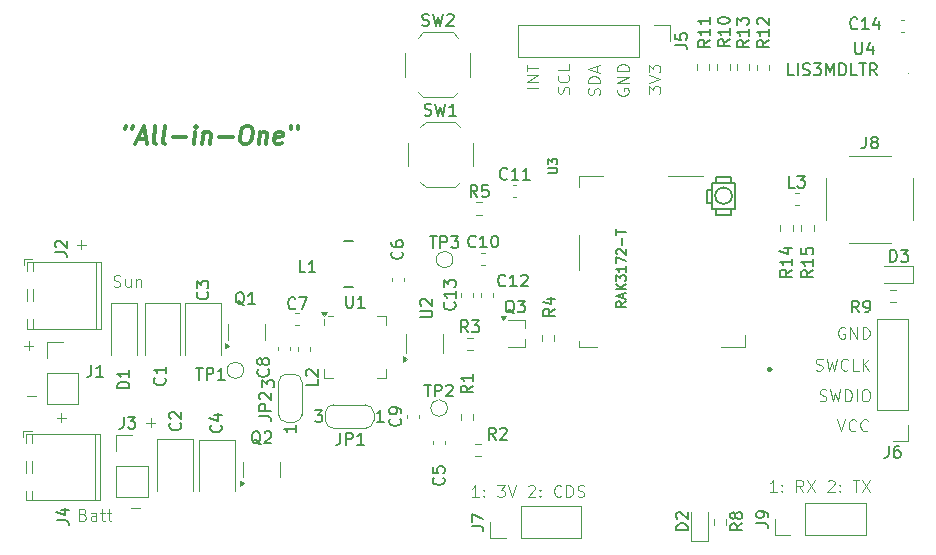
<source format=gbr>
%TF.GenerationSoftware,KiCad,Pcbnew,8.0.8*%
%TF.CreationDate,2025-02-24T17:42:22-08:00*%
%TF.ProjectId,all_in_one,616c6c5f-696e-45f6-9f6e-652e6b696361,rev?*%
%TF.SameCoordinates,Original*%
%TF.FileFunction,Legend,Top*%
%TF.FilePolarity,Positive*%
%FSLAX46Y46*%
G04 Gerber Fmt 4.6, Leading zero omitted, Abs format (unit mm)*
G04 Created by KiCad (PCBNEW 8.0.8) date 2025-02-24 17:42:22*
%MOMM*%
%LPD*%
G01*
G04 APERTURE LIST*
%ADD10C,0.100000*%
%ADD11C,0.260950*%
%ADD12C,0.300000*%
%ADD13C,0.114031*%
%ADD14C,0.150000*%
%ADD15C,0.120000*%
%ADD16C,0.127000*%
G04 APERTURE END LIST*
D10*
X45043884Y-50451466D02*
X45805789Y-50451466D01*
X45424836Y-50832419D02*
X45424836Y-50070514D01*
X46733884Y-35821466D02*
X47495789Y-35821466D01*
X47114836Y-36202419D02*
X47114836Y-35440514D01*
X51343884Y-58071466D02*
X52105789Y-58071466D01*
X52603884Y-50891466D02*
X53365789Y-50891466D01*
X52984836Y-51272419D02*
X52984836Y-50510514D01*
X42523884Y-48591466D02*
X43285789Y-48591466D01*
X42303884Y-44371466D02*
X43065789Y-44371466D01*
X42684836Y-44752419D02*
X42684836Y-43990514D01*
X47287217Y-58638609D02*
X47430074Y-58686228D01*
X47430074Y-58686228D02*
X47477693Y-58733847D01*
X47477693Y-58733847D02*
X47525312Y-58829085D01*
X47525312Y-58829085D02*
X47525312Y-58971942D01*
X47525312Y-58971942D02*
X47477693Y-59067180D01*
X47477693Y-59067180D02*
X47430074Y-59114800D01*
X47430074Y-59114800D02*
X47334836Y-59162419D01*
X47334836Y-59162419D02*
X46953884Y-59162419D01*
X46953884Y-59162419D02*
X46953884Y-58162419D01*
X46953884Y-58162419D02*
X47287217Y-58162419D01*
X47287217Y-58162419D02*
X47382455Y-58210038D01*
X47382455Y-58210038D02*
X47430074Y-58257657D01*
X47430074Y-58257657D02*
X47477693Y-58352895D01*
X47477693Y-58352895D02*
X47477693Y-58448133D01*
X47477693Y-58448133D02*
X47430074Y-58543371D01*
X47430074Y-58543371D02*
X47382455Y-58590990D01*
X47382455Y-58590990D02*
X47287217Y-58638609D01*
X47287217Y-58638609D02*
X46953884Y-58638609D01*
X48382455Y-59162419D02*
X48382455Y-58638609D01*
X48382455Y-58638609D02*
X48334836Y-58543371D01*
X48334836Y-58543371D02*
X48239598Y-58495752D01*
X48239598Y-58495752D02*
X48049122Y-58495752D01*
X48049122Y-58495752D02*
X47953884Y-58543371D01*
X48382455Y-59114800D02*
X48287217Y-59162419D01*
X48287217Y-59162419D02*
X48049122Y-59162419D01*
X48049122Y-59162419D02*
X47953884Y-59114800D01*
X47953884Y-59114800D02*
X47906265Y-59019561D01*
X47906265Y-59019561D02*
X47906265Y-58924323D01*
X47906265Y-58924323D02*
X47953884Y-58829085D01*
X47953884Y-58829085D02*
X48049122Y-58781466D01*
X48049122Y-58781466D02*
X48287217Y-58781466D01*
X48287217Y-58781466D02*
X48382455Y-58733847D01*
X48715789Y-58495752D02*
X49096741Y-58495752D01*
X48858646Y-58162419D02*
X48858646Y-59019561D01*
X48858646Y-59019561D02*
X48906265Y-59114800D01*
X48906265Y-59114800D02*
X49001503Y-59162419D01*
X49001503Y-59162419D02*
X49096741Y-59162419D01*
X49287218Y-58495752D02*
X49668170Y-58495752D01*
X49430075Y-58162419D02*
X49430075Y-59019561D01*
X49430075Y-59019561D02*
X49477694Y-59114800D01*
X49477694Y-59114800D02*
X49572932Y-59162419D01*
X49572932Y-59162419D02*
X49668170Y-59162419D01*
X49866265Y-39334800D02*
X50009122Y-39382419D01*
X50009122Y-39382419D02*
X50247217Y-39382419D01*
X50247217Y-39382419D02*
X50342455Y-39334800D01*
X50342455Y-39334800D02*
X50390074Y-39287180D01*
X50390074Y-39287180D02*
X50437693Y-39191942D01*
X50437693Y-39191942D02*
X50437693Y-39096704D01*
X50437693Y-39096704D02*
X50390074Y-39001466D01*
X50390074Y-39001466D02*
X50342455Y-38953847D01*
X50342455Y-38953847D02*
X50247217Y-38906228D01*
X50247217Y-38906228D02*
X50056741Y-38858609D01*
X50056741Y-38858609D02*
X49961503Y-38810990D01*
X49961503Y-38810990D02*
X49913884Y-38763371D01*
X49913884Y-38763371D02*
X49866265Y-38668133D01*
X49866265Y-38668133D02*
X49866265Y-38572895D01*
X49866265Y-38572895D02*
X49913884Y-38477657D01*
X49913884Y-38477657D02*
X49961503Y-38430038D01*
X49961503Y-38430038D02*
X50056741Y-38382419D01*
X50056741Y-38382419D02*
X50294836Y-38382419D01*
X50294836Y-38382419D02*
X50437693Y-38430038D01*
X51294836Y-38715752D02*
X51294836Y-39382419D01*
X50866265Y-38715752D02*
X50866265Y-39239561D01*
X50866265Y-39239561D02*
X50913884Y-39334800D01*
X50913884Y-39334800D02*
X51009122Y-39382419D01*
X51009122Y-39382419D02*
X51151979Y-39382419D01*
X51151979Y-39382419D02*
X51247217Y-39334800D01*
X51247217Y-39334800D02*
X51294836Y-39287180D01*
X51771027Y-38715752D02*
X51771027Y-39382419D01*
X51771027Y-38810990D02*
X51818646Y-38763371D01*
X51818646Y-38763371D02*
X51913884Y-38715752D01*
X51913884Y-38715752D02*
X52056741Y-38715752D01*
X52056741Y-38715752D02*
X52151979Y-38763371D01*
X52151979Y-38763371D02*
X52199598Y-38858609D01*
X52199598Y-38858609D02*
X52199598Y-39382419D01*
X95152419Y-23011353D02*
X95152419Y-22392306D01*
X95152419Y-22392306D02*
X95533371Y-22725639D01*
X95533371Y-22725639D02*
X95533371Y-22582782D01*
X95533371Y-22582782D02*
X95580990Y-22487544D01*
X95580990Y-22487544D02*
X95628609Y-22439925D01*
X95628609Y-22439925D02*
X95723847Y-22392306D01*
X95723847Y-22392306D02*
X95961942Y-22392306D01*
X95961942Y-22392306D02*
X96057180Y-22439925D01*
X96057180Y-22439925D02*
X96104800Y-22487544D01*
X96104800Y-22487544D02*
X96152419Y-22582782D01*
X96152419Y-22582782D02*
X96152419Y-22868496D01*
X96152419Y-22868496D02*
X96104800Y-22963734D01*
X96104800Y-22963734D02*
X96057180Y-23011353D01*
X95152419Y-22106591D02*
X96152419Y-21773258D01*
X96152419Y-21773258D02*
X95152419Y-21439925D01*
X95152419Y-21201829D02*
X95152419Y-20582782D01*
X95152419Y-20582782D02*
X95533371Y-20916115D01*
X95533371Y-20916115D02*
X95533371Y-20773258D01*
X95533371Y-20773258D02*
X95580990Y-20678020D01*
X95580990Y-20678020D02*
X95628609Y-20630401D01*
X95628609Y-20630401D02*
X95723847Y-20582782D01*
X95723847Y-20582782D02*
X95961942Y-20582782D01*
X95961942Y-20582782D02*
X96057180Y-20630401D01*
X96057180Y-20630401D02*
X96104800Y-20678020D01*
X96104800Y-20678020D02*
X96152419Y-20773258D01*
X96152419Y-20773258D02*
X96152419Y-21058972D01*
X96152419Y-21058972D02*
X96104800Y-21154210D01*
X96104800Y-21154210D02*
X96057180Y-21201829D01*
X92540038Y-22612306D02*
X92492419Y-22707544D01*
X92492419Y-22707544D02*
X92492419Y-22850401D01*
X92492419Y-22850401D02*
X92540038Y-22993258D01*
X92540038Y-22993258D02*
X92635276Y-23088496D01*
X92635276Y-23088496D02*
X92730514Y-23136115D01*
X92730514Y-23136115D02*
X92920990Y-23183734D01*
X92920990Y-23183734D02*
X93063847Y-23183734D01*
X93063847Y-23183734D02*
X93254323Y-23136115D01*
X93254323Y-23136115D02*
X93349561Y-23088496D01*
X93349561Y-23088496D02*
X93444800Y-22993258D01*
X93444800Y-22993258D02*
X93492419Y-22850401D01*
X93492419Y-22850401D02*
X93492419Y-22755163D01*
X93492419Y-22755163D02*
X93444800Y-22612306D01*
X93444800Y-22612306D02*
X93397180Y-22564687D01*
X93397180Y-22564687D02*
X93063847Y-22564687D01*
X93063847Y-22564687D02*
X93063847Y-22755163D01*
X93492419Y-22136115D02*
X92492419Y-22136115D01*
X92492419Y-22136115D02*
X93492419Y-21564687D01*
X93492419Y-21564687D02*
X92492419Y-21564687D01*
X93492419Y-21088496D02*
X92492419Y-21088496D01*
X92492419Y-21088496D02*
X92492419Y-20850401D01*
X92492419Y-20850401D02*
X92540038Y-20707544D01*
X92540038Y-20707544D02*
X92635276Y-20612306D01*
X92635276Y-20612306D02*
X92730514Y-20564687D01*
X92730514Y-20564687D02*
X92920990Y-20517068D01*
X92920990Y-20517068D02*
X93063847Y-20517068D01*
X93063847Y-20517068D02*
X93254323Y-20564687D01*
X93254323Y-20564687D02*
X93349561Y-20612306D01*
X93349561Y-20612306D02*
X93444800Y-20707544D01*
X93444800Y-20707544D02*
X93492419Y-20850401D01*
X93492419Y-20850401D02*
X93492419Y-21088496D01*
X90994800Y-23113734D02*
X91042419Y-22970877D01*
X91042419Y-22970877D02*
X91042419Y-22732782D01*
X91042419Y-22732782D02*
X90994800Y-22637544D01*
X90994800Y-22637544D02*
X90947180Y-22589925D01*
X90947180Y-22589925D02*
X90851942Y-22542306D01*
X90851942Y-22542306D02*
X90756704Y-22542306D01*
X90756704Y-22542306D02*
X90661466Y-22589925D01*
X90661466Y-22589925D02*
X90613847Y-22637544D01*
X90613847Y-22637544D02*
X90566228Y-22732782D01*
X90566228Y-22732782D02*
X90518609Y-22923258D01*
X90518609Y-22923258D02*
X90470990Y-23018496D01*
X90470990Y-23018496D02*
X90423371Y-23066115D01*
X90423371Y-23066115D02*
X90328133Y-23113734D01*
X90328133Y-23113734D02*
X90232895Y-23113734D01*
X90232895Y-23113734D02*
X90137657Y-23066115D01*
X90137657Y-23066115D02*
X90090038Y-23018496D01*
X90090038Y-23018496D02*
X90042419Y-22923258D01*
X90042419Y-22923258D02*
X90042419Y-22685163D01*
X90042419Y-22685163D02*
X90090038Y-22542306D01*
X91042419Y-22113734D02*
X90042419Y-22113734D01*
X90042419Y-22113734D02*
X90042419Y-21875639D01*
X90042419Y-21875639D02*
X90090038Y-21732782D01*
X90090038Y-21732782D02*
X90185276Y-21637544D01*
X90185276Y-21637544D02*
X90280514Y-21589925D01*
X90280514Y-21589925D02*
X90470990Y-21542306D01*
X90470990Y-21542306D02*
X90613847Y-21542306D01*
X90613847Y-21542306D02*
X90804323Y-21589925D01*
X90804323Y-21589925D02*
X90899561Y-21637544D01*
X90899561Y-21637544D02*
X90994800Y-21732782D01*
X90994800Y-21732782D02*
X91042419Y-21875639D01*
X91042419Y-21875639D02*
X91042419Y-22113734D01*
X90756704Y-21161353D02*
X90756704Y-20685163D01*
X91042419Y-21256591D02*
X90042419Y-20923258D01*
X90042419Y-20923258D02*
X91042419Y-20589925D01*
X88404800Y-23003734D02*
X88452419Y-22860877D01*
X88452419Y-22860877D02*
X88452419Y-22622782D01*
X88452419Y-22622782D02*
X88404800Y-22527544D01*
X88404800Y-22527544D02*
X88357180Y-22479925D01*
X88357180Y-22479925D02*
X88261942Y-22432306D01*
X88261942Y-22432306D02*
X88166704Y-22432306D01*
X88166704Y-22432306D02*
X88071466Y-22479925D01*
X88071466Y-22479925D02*
X88023847Y-22527544D01*
X88023847Y-22527544D02*
X87976228Y-22622782D01*
X87976228Y-22622782D02*
X87928609Y-22813258D01*
X87928609Y-22813258D02*
X87880990Y-22908496D01*
X87880990Y-22908496D02*
X87833371Y-22956115D01*
X87833371Y-22956115D02*
X87738133Y-23003734D01*
X87738133Y-23003734D02*
X87642895Y-23003734D01*
X87642895Y-23003734D02*
X87547657Y-22956115D01*
X87547657Y-22956115D02*
X87500038Y-22908496D01*
X87500038Y-22908496D02*
X87452419Y-22813258D01*
X87452419Y-22813258D02*
X87452419Y-22575163D01*
X87452419Y-22575163D02*
X87500038Y-22432306D01*
X88357180Y-21432306D02*
X88404800Y-21479925D01*
X88404800Y-21479925D02*
X88452419Y-21622782D01*
X88452419Y-21622782D02*
X88452419Y-21718020D01*
X88452419Y-21718020D02*
X88404800Y-21860877D01*
X88404800Y-21860877D02*
X88309561Y-21956115D01*
X88309561Y-21956115D02*
X88214323Y-22003734D01*
X88214323Y-22003734D02*
X88023847Y-22051353D01*
X88023847Y-22051353D02*
X87880990Y-22051353D01*
X87880990Y-22051353D02*
X87690514Y-22003734D01*
X87690514Y-22003734D02*
X87595276Y-21956115D01*
X87595276Y-21956115D02*
X87500038Y-21860877D01*
X87500038Y-21860877D02*
X87452419Y-21718020D01*
X87452419Y-21718020D02*
X87452419Y-21622782D01*
X87452419Y-21622782D02*
X87500038Y-21479925D01*
X87500038Y-21479925D02*
X87547657Y-21432306D01*
X88452419Y-20527544D02*
X88452419Y-21003734D01*
X88452419Y-21003734D02*
X87452419Y-21003734D01*
X85822419Y-22516115D02*
X84822419Y-22516115D01*
X85822419Y-22039925D02*
X84822419Y-22039925D01*
X84822419Y-22039925D02*
X85822419Y-21468497D01*
X85822419Y-21468497D02*
X84822419Y-21468497D01*
X84822419Y-21135163D02*
X84822419Y-20563735D01*
X85822419Y-20849449D02*
X84822419Y-20849449D01*
X111141027Y-50592419D02*
X111474360Y-51592419D01*
X111474360Y-51592419D02*
X111807693Y-50592419D01*
X112712455Y-51497180D02*
X112664836Y-51544800D01*
X112664836Y-51544800D02*
X112521979Y-51592419D01*
X112521979Y-51592419D02*
X112426741Y-51592419D01*
X112426741Y-51592419D02*
X112283884Y-51544800D01*
X112283884Y-51544800D02*
X112188646Y-51449561D01*
X112188646Y-51449561D02*
X112141027Y-51354323D01*
X112141027Y-51354323D02*
X112093408Y-51163847D01*
X112093408Y-51163847D02*
X112093408Y-51020990D01*
X112093408Y-51020990D02*
X112141027Y-50830514D01*
X112141027Y-50830514D02*
X112188646Y-50735276D01*
X112188646Y-50735276D02*
X112283884Y-50640038D01*
X112283884Y-50640038D02*
X112426741Y-50592419D01*
X112426741Y-50592419D02*
X112521979Y-50592419D01*
X112521979Y-50592419D02*
X112664836Y-50640038D01*
X112664836Y-50640038D02*
X112712455Y-50687657D01*
X113712455Y-51497180D02*
X113664836Y-51544800D01*
X113664836Y-51544800D02*
X113521979Y-51592419D01*
X113521979Y-51592419D02*
X113426741Y-51592419D01*
X113426741Y-51592419D02*
X113283884Y-51544800D01*
X113283884Y-51544800D02*
X113188646Y-51449561D01*
X113188646Y-51449561D02*
X113141027Y-51354323D01*
X113141027Y-51354323D02*
X113093408Y-51163847D01*
X113093408Y-51163847D02*
X113093408Y-51020990D01*
X113093408Y-51020990D02*
X113141027Y-50830514D01*
X113141027Y-50830514D02*
X113188646Y-50735276D01*
X113188646Y-50735276D02*
X113283884Y-50640038D01*
X113283884Y-50640038D02*
X113426741Y-50592419D01*
X113426741Y-50592419D02*
X113521979Y-50592419D01*
X113521979Y-50592419D02*
X113664836Y-50640038D01*
X113664836Y-50640038D02*
X113712455Y-50687657D01*
X109636265Y-49004800D02*
X109779122Y-49052419D01*
X109779122Y-49052419D02*
X110017217Y-49052419D01*
X110017217Y-49052419D02*
X110112455Y-49004800D01*
X110112455Y-49004800D02*
X110160074Y-48957180D01*
X110160074Y-48957180D02*
X110207693Y-48861942D01*
X110207693Y-48861942D02*
X110207693Y-48766704D01*
X110207693Y-48766704D02*
X110160074Y-48671466D01*
X110160074Y-48671466D02*
X110112455Y-48623847D01*
X110112455Y-48623847D02*
X110017217Y-48576228D01*
X110017217Y-48576228D02*
X109826741Y-48528609D01*
X109826741Y-48528609D02*
X109731503Y-48480990D01*
X109731503Y-48480990D02*
X109683884Y-48433371D01*
X109683884Y-48433371D02*
X109636265Y-48338133D01*
X109636265Y-48338133D02*
X109636265Y-48242895D01*
X109636265Y-48242895D02*
X109683884Y-48147657D01*
X109683884Y-48147657D02*
X109731503Y-48100038D01*
X109731503Y-48100038D02*
X109826741Y-48052419D01*
X109826741Y-48052419D02*
X110064836Y-48052419D01*
X110064836Y-48052419D02*
X110207693Y-48100038D01*
X110541027Y-48052419D02*
X110779122Y-49052419D01*
X110779122Y-49052419D02*
X110969598Y-48338133D01*
X110969598Y-48338133D02*
X111160074Y-49052419D01*
X111160074Y-49052419D02*
X111398170Y-48052419D01*
X111779122Y-49052419D02*
X111779122Y-48052419D01*
X111779122Y-48052419D02*
X112017217Y-48052419D01*
X112017217Y-48052419D02*
X112160074Y-48100038D01*
X112160074Y-48100038D02*
X112255312Y-48195276D01*
X112255312Y-48195276D02*
X112302931Y-48290514D01*
X112302931Y-48290514D02*
X112350550Y-48480990D01*
X112350550Y-48480990D02*
X112350550Y-48623847D01*
X112350550Y-48623847D02*
X112302931Y-48814323D01*
X112302931Y-48814323D02*
X112255312Y-48909561D01*
X112255312Y-48909561D02*
X112160074Y-49004800D01*
X112160074Y-49004800D02*
X112017217Y-49052419D01*
X112017217Y-49052419D02*
X111779122Y-49052419D01*
X112779122Y-49052419D02*
X112779122Y-48052419D01*
X113445788Y-48052419D02*
X113636264Y-48052419D01*
X113636264Y-48052419D02*
X113731502Y-48100038D01*
X113731502Y-48100038D02*
X113826740Y-48195276D01*
X113826740Y-48195276D02*
X113874359Y-48385752D01*
X113874359Y-48385752D02*
X113874359Y-48719085D01*
X113874359Y-48719085D02*
X113826740Y-48909561D01*
X113826740Y-48909561D02*
X113731502Y-49004800D01*
X113731502Y-49004800D02*
X113636264Y-49052419D01*
X113636264Y-49052419D02*
X113445788Y-49052419D01*
X113445788Y-49052419D02*
X113350550Y-49004800D01*
X113350550Y-49004800D02*
X113255312Y-48909561D01*
X113255312Y-48909561D02*
X113207693Y-48719085D01*
X113207693Y-48719085D02*
X113207693Y-48385752D01*
X113207693Y-48385752D02*
X113255312Y-48195276D01*
X113255312Y-48195276D02*
X113350550Y-48100038D01*
X113350550Y-48100038D02*
X113445788Y-48052419D01*
X109316265Y-46404800D02*
X109459122Y-46452419D01*
X109459122Y-46452419D02*
X109697217Y-46452419D01*
X109697217Y-46452419D02*
X109792455Y-46404800D01*
X109792455Y-46404800D02*
X109840074Y-46357180D01*
X109840074Y-46357180D02*
X109887693Y-46261942D01*
X109887693Y-46261942D02*
X109887693Y-46166704D01*
X109887693Y-46166704D02*
X109840074Y-46071466D01*
X109840074Y-46071466D02*
X109792455Y-46023847D01*
X109792455Y-46023847D02*
X109697217Y-45976228D01*
X109697217Y-45976228D02*
X109506741Y-45928609D01*
X109506741Y-45928609D02*
X109411503Y-45880990D01*
X109411503Y-45880990D02*
X109363884Y-45833371D01*
X109363884Y-45833371D02*
X109316265Y-45738133D01*
X109316265Y-45738133D02*
X109316265Y-45642895D01*
X109316265Y-45642895D02*
X109363884Y-45547657D01*
X109363884Y-45547657D02*
X109411503Y-45500038D01*
X109411503Y-45500038D02*
X109506741Y-45452419D01*
X109506741Y-45452419D02*
X109744836Y-45452419D01*
X109744836Y-45452419D02*
X109887693Y-45500038D01*
X110221027Y-45452419D02*
X110459122Y-46452419D01*
X110459122Y-46452419D02*
X110649598Y-45738133D01*
X110649598Y-45738133D02*
X110840074Y-46452419D01*
X110840074Y-46452419D02*
X111078170Y-45452419D01*
X112030550Y-46357180D02*
X111982931Y-46404800D01*
X111982931Y-46404800D02*
X111840074Y-46452419D01*
X111840074Y-46452419D02*
X111744836Y-46452419D01*
X111744836Y-46452419D02*
X111601979Y-46404800D01*
X111601979Y-46404800D02*
X111506741Y-46309561D01*
X111506741Y-46309561D02*
X111459122Y-46214323D01*
X111459122Y-46214323D02*
X111411503Y-46023847D01*
X111411503Y-46023847D02*
X111411503Y-45880990D01*
X111411503Y-45880990D02*
X111459122Y-45690514D01*
X111459122Y-45690514D02*
X111506741Y-45595276D01*
X111506741Y-45595276D02*
X111601979Y-45500038D01*
X111601979Y-45500038D02*
X111744836Y-45452419D01*
X111744836Y-45452419D02*
X111840074Y-45452419D01*
X111840074Y-45452419D02*
X111982931Y-45500038D01*
X111982931Y-45500038D02*
X112030550Y-45547657D01*
X112935312Y-46452419D02*
X112459122Y-46452419D01*
X112459122Y-46452419D02*
X112459122Y-45452419D01*
X113268646Y-46452419D02*
X113268646Y-45452419D01*
X113840074Y-46452419D02*
X113411503Y-45880990D01*
X113840074Y-45452419D02*
X113268646Y-46023847D01*
X111767693Y-42820038D02*
X111672455Y-42772419D01*
X111672455Y-42772419D02*
X111529598Y-42772419D01*
X111529598Y-42772419D02*
X111386741Y-42820038D01*
X111386741Y-42820038D02*
X111291503Y-42915276D01*
X111291503Y-42915276D02*
X111243884Y-43010514D01*
X111243884Y-43010514D02*
X111196265Y-43200990D01*
X111196265Y-43200990D02*
X111196265Y-43343847D01*
X111196265Y-43343847D02*
X111243884Y-43534323D01*
X111243884Y-43534323D02*
X111291503Y-43629561D01*
X111291503Y-43629561D02*
X111386741Y-43724800D01*
X111386741Y-43724800D02*
X111529598Y-43772419D01*
X111529598Y-43772419D02*
X111624836Y-43772419D01*
X111624836Y-43772419D02*
X111767693Y-43724800D01*
X111767693Y-43724800D02*
X111815312Y-43677180D01*
X111815312Y-43677180D02*
X111815312Y-43343847D01*
X111815312Y-43343847D02*
X111624836Y-43343847D01*
X112243884Y-43772419D02*
X112243884Y-42772419D01*
X112243884Y-42772419D02*
X112815312Y-43772419D01*
X112815312Y-43772419D02*
X112815312Y-42772419D01*
X113291503Y-43772419D02*
X113291503Y-42772419D01*
X113291503Y-42772419D02*
X113529598Y-42772419D01*
X113529598Y-42772419D02*
X113672455Y-42820038D01*
X113672455Y-42820038D02*
X113767693Y-42915276D01*
X113767693Y-42915276D02*
X113815312Y-43010514D01*
X113815312Y-43010514D02*
X113862931Y-43200990D01*
X113862931Y-43200990D02*
X113862931Y-43343847D01*
X113862931Y-43343847D02*
X113815312Y-43534323D01*
X113815312Y-43534323D02*
X113767693Y-43629561D01*
X113767693Y-43629561D02*
X113672455Y-43724800D01*
X113672455Y-43724800D02*
X113529598Y-43772419D01*
X113529598Y-43772419D02*
X113291503Y-43772419D01*
X80767693Y-57162419D02*
X80196265Y-57162419D01*
X80481979Y-57162419D02*
X80481979Y-56162419D01*
X80481979Y-56162419D02*
X80386741Y-56305276D01*
X80386741Y-56305276D02*
X80291503Y-56400514D01*
X80291503Y-56400514D02*
X80196265Y-56448133D01*
X81196265Y-57067180D02*
X81243884Y-57114800D01*
X81243884Y-57114800D02*
X81196265Y-57162419D01*
X81196265Y-57162419D02*
X81148646Y-57114800D01*
X81148646Y-57114800D02*
X81196265Y-57067180D01*
X81196265Y-57067180D02*
X81196265Y-57162419D01*
X81196265Y-56543371D02*
X81243884Y-56590990D01*
X81243884Y-56590990D02*
X81196265Y-56638609D01*
X81196265Y-56638609D02*
X81148646Y-56590990D01*
X81148646Y-56590990D02*
X81196265Y-56543371D01*
X81196265Y-56543371D02*
X81196265Y-56638609D01*
X82339122Y-56162419D02*
X82958169Y-56162419D01*
X82958169Y-56162419D02*
X82624836Y-56543371D01*
X82624836Y-56543371D02*
X82767693Y-56543371D01*
X82767693Y-56543371D02*
X82862931Y-56590990D01*
X82862931Y-56590990D02*
X82910550Y-56638609D01*
X82910550Y-56638609D02*
X82958169Y-56733847D01*
X82958169Y-56733847D02*
X82958169Y-56971942D01*
X82958169Y-56971942D02*
X82910550Y-57067180D01*
X82910550Y-57067180D02*
X82862931Y-57114800D01*
X82862931Y-57114800D02*
X82767693Y-57162419D01*
X82767693Y-57162419D02*
X82481979Y-57162419D01*
X82481979Y-57162419D02*
X82386741Y-57114800D01*
X82386741Y-57114800D02*
X82339122Y-57067180D01*
X83243884Y-56162419D02*
X83577217Y-57162419D01*
X83577217Y-57162419D02*
X83910550Y-56162419D01*
X84958170Y-56257657D02*
X85005789Y-56210038D01*
X85005789Y-56210038D02*
X85101027Y-56162419D01*
X85101027Y-56162419D02*
X85339122Y-56162419D01*
X85339122Y-56162419D02*
X85434360Y-56210038D01*
X85434360Y-56210038D02*
X85481979Y-56257657D01*
X85481979Y-56257657D02*
X85529598Y-56352895D01*
X85529598Y-56352895D02*
X85529598Y-56448133D01*
X85529598Y-56448133D02*
X85481979Y-56590990D01*
X85481979Y-56590990D02*
X84910551Y-57162419D01*
X84910551Y-57162419D02*
X85529598Y-57162419D01*
X85958170Y-57067180D02*
X86005789Y-57114800D01*
X86005789Y-57114800D02*
X85958170Y-57162419D01*
X85958170Y-57162419D02*
X85910551Y-57114800D01*
X85910551Y-57114800D02*
X85958170Y-57067180D01*
X85958170Y-57067180D02*
X85958170Y-57162419D01*
X85958170Y-56543371D02*
X86005789Y-56590990D01*
X86005789Y-56590990D02*
X85958170Y-56638609D01*
X85958170Y-56638609D02*
X85910551Y-56590990D01*
X85910551Y-56590990D02*
X85958170Y-56543371D01*
X85958170Y-56543371D02*
X85958170Y-56638609D01*
X87767693Y-57067180D02*
X87720074Y-57114800D01*
X87720074Y-57114800D02*
X87577217Y-57162419D01*
X87577217Y-57162419D02*
X87481979Y-57162419D01*
X87481979Y-57162419D02*
X87339122Y-57114800D01*
X87339122Y-57114800D02*
X87243884Y-57019561D01*
X87243884Y-57019561D02*
X87196265Y-56924323D01*
X87196265Y-56924323D02*
X87148646Y-56733847D01*
X87148646Y-56733847D02*
X87148646Y-56590990D01*
X87148646Y-56590990D02*
X87196265Y-56400514D01*
X87196265Y-56400514D02*
X87243884Y-56305276D01*
X87243884Y-56305276D02*
X87339122Y-56210038D01*
X87339122Y-56210038D02*
X87481979Y-56162419D01*
X87481979Y-56162419D02*
X87577217Y-56162419D01*
X87577217Y-56162419D02*
X87720074Y-56210038D01*
X87720074Y-56210038D02*
X87767693Y-56257657D01*
X88196265Y-57162419D02*
X88196265Y-56162419D01*
X88196265Y-56162419D02*
X88434360Y-56162419D01*
X88434360Y-56162419D02*
X88577217Y-56210038D01*
X88577217Y-56210038D02*
X88672455Y-56305276D01*
X88672455Y-56305276D02*
X88720074Y-56400514D01*
X88720074Y-56400514D02*
X88767693Y-56590990D01*
X88767693Y-56590990D02*
X88767693Y-56733847D01*
X88767693Y-56733847D02*
X88720074Y-56924323D01*
X88720074Y-56924323D02*
X88672455Y-57019561D01*
X88672455Y-57019561D02*
X88577217Y-57114800D01*
X88577217Y-57114800D02*
X88434360Y-57162419D01*
X88434360Y-57162419D02*
X88196265Y-57162419D01*
X89148646Y-57114800D02*
X89291503Y-57162419D01*
X89291503Y-57162419D02*
X89529598Y-57162419D01*
X89529598Y-57162419D02*
X89624836Y-57114800D01*
X89624836Y-57114800D02*
X89672455Y-57067180D01*
X89672455Y-57067180D02*
X89720074Y-56971942D01*
X89720074Y-56971942D02*
X89720074Y-56876704D01*
X89720074Y-56876704D02*
X89672455Y-56781466D01*
X89672455Y-56781466D02*
X89624836Y-56733847D01*
X89624836Y-56733847D02*
X89529598Y-56686228D01*
X89529598Y-56686228D02*
X89339122Y-56638609D01*
X89339122Y-56638609D02*
X89243884Y-56590990D01*
X89243884Y-56590990D02*
X89196265Y-56543371D01*
X89196265Y-56543371D02*
X89148646Y-56448133D01*
X89148646Y-56448133D02*
X89148646Y-56352895D01*
X89148646Y-56352895D02*
X89196265Y-56257657D01*
X89196265Y-56257657D02*
X89243884Y-56210038D01*
X89243884Y-56210038D02*
X89339122Y-56162419D01*
X89339122Y-56162419D02*
X89577217Y-56162419D01*
X89577217Y-56162419D02*
X89720074Y-56210038D01*
X105997693Y-56732419D02*
X105426265Y-56732419D01*
X105711979Y-56732419D02*
X105711979Y-55732419D01*
X105711979Y-55732419D02*
X105616741Y-55875276D01*
X105616741Y-55875276D02*
X105521503Y-55970514D01*
X105521503Y-55970514D02*
X105426265Y-56018133D01*
X106426265Y-56637180D02*
X106473884Y-56684800D01*
X106473884Y-56684800D02*
X106426265Y-56732419D01*
X106426265Y-56732419D02*
X106378646Y-56684800D01*
X106378646Y-56684800D02*
X106426265Y-56637180D01*
X106426265Y-56637180D02*
X106426265Y-56732419D01*
X106426265Y-56113371D02*
X106473884Y-56160990D01*
X106473884Y-56160990D02*
X106426265Y-56208609D01*
X106426265Y-56208609D02*
X106378646Y-56160990D01*
X106378646Y-56160990D02*
X106426265Y-56113371D01*
X106426265Y-56113371D02*
X106426265Y-56208609D01*
X108235788Y-56732419D02*
X107902455Y-56256228D01*
X107664360Y-56732419D02*
X107664360Y-55732419D01*
X107664360Y-55732419D02*
X108045312Y-55732419D01*
X108045312Y-55732419D02*
X108140550Y-55780038D01*
X108140550Y-55780038D02*
X108188169Y-55827657D01*
X108188169Y-55827657D02*
X108235788Y-55922895D01*
X108235788Y-55922895D02*
X108235788Y-56065752D01*
X108235788Y-56065752D02*
X108188169Y-56160990D01*
X108188169Y-56160990D02*
X108140550Y-56208609D01*
X108140550Y-56208609D02*
X108045312Y-56256228D01*
X108045312Y-56256228D02*
X107664360Y-56256228D01*
X108569122Y-55732419D02*
X109235788Y-56732419D01*
X109235788Y-55732419D02*
X108569122Y-56732419D01*
X110331027Y-55827657D02*
X110378646Y-55780038D01*
X110378646Y-55780038D02*
X110473884Y-55732419D01*
X110473884Y-55732419D02*
X110711979Y-55732419D01*
X110711979Y-55732419D02*
X110807217Y-55780038D01*
X110807217Y-55780038D02*
X110854836Y-55827657D01*
X110854836Y-55827657D02*
X110902455Y-55922895D01*
X110902455Y-55922895D02*
X110902455Y-56018133D01*
X110902455Y-56018133D02*
X110854836Y-56160990D01*
X110854836Y-56160990D02*
X110283408Y-56732419D01*
X110283408Y-56732419D02*
X110902455Y-56732419D01*
X111331027Y-56637180D02*
X111378646Y-56684800D01*
X111378646Y-56684800D02*
X111331027Y-56732419D01*
X111331027Y-56732419D02*
X111283408Y-56684800D01*
X111283408Y-56684800D02*
X111331027Y-56637180D01*
X111331027Y-56637180D02*
X111331027Y-56732419D01*
X111331027Y-56113371D02*
X111378646Y-56160990D01*
X111378646Y-56160990D02*
X111331027Y-56208609D01*
X111331027Y-56208609D02*
X111283408Y-56160990D01*
X111283408Y-56160990D02*
X111331027Y-56113371D01*
X111331027Y-56113371D02*
X111331027Y-56208609D01*
X112426265Y-55732419D02*
X112997693Y-55732419D01*
X112711979Y-56732419D02*
X112711979Y-55732419D01*
X113235789Y-55732419D02*
X113902455Y-56732419D01*
X113902455Y-55732419D02*
X113235789Y-56732419D01*
D11*
X105540475Y-46360000D02*
G75*
G02*
X105279525Y-46360000I-130475J0D01*
G01*
X105279525Y-46360000D02*
G75*
G02*
X105540475Y-46360000I130475J0D01*
G01*
D12*
X50901653Y-25740828D02*
X50865939Y-26026542D01*
X51473082Y-25740828D02*
X51437368Y-26026542D01*
X51910582Y-26812257D02*
X52624867Y-26812257D01*
X51714153Y-27240828D02*
X52401653Y-25740828D01*
X52401653Y-25740828D02*
X52714153Y-27240828D01*
X53428439Y-27240828D02*
X53294510Y-27169400D01*
X53294510Y-27169400D02*
X53240939Y-27026542D01*
X53240939Y-27026542D02*
X53401653Y-25740828D01*
X54214153Y-27240828D02*
X54080224Y-27169400D01*
X54080224Y-27169400D02*
X54026653Y-27026542D01*
X54026653Y-27026542D02*
X54187367Y-25740828D01*
X54857009Y-26669400D02*
X55999867Y-26669400D01*
X56642724Y-27240828D02*
X56767724Y-26240828D01*
X56830224Y-25740828D02*
X56749867Y-25812257D01*
X56749867Y-25812257D02*
X56812367Y-25883685D01*
X56812367Y-25883685D02*
X56892724Y-25812257D01*
X56892724Y-25812257D02*
X56830224Y-25740828D01*
X56830224Y-25740828D02*
X56812367Y-25883685D01*
X57482010Y-26240828D02*
X57357010Y-27240828D01*
X57464153Y-26383685D02*
X57544510Y-26312257D01*
X57544510Y-26312257D02*
X57696296Y-26240828D01*
X57696296Y-26240828D02*
X57910581Y-26240828D01*
X57910581Y-26240828D02*
X58044510Y-26312257D01*
X58044510Y-26312257D02*
X58098081Y-26455114D01*
X58098081Y-26455114D02*
X57999867Y-27240828D01*
X58785581Y-26669400D02*
X59928439Y-26669400D01*
X61044510Y-25740828D02*
X61330224Y-25740828D01*
X61330224Y-25740828D02*
X61464153Y-25812257D01*
X61464153Y-25812257D02*
X61589153Y-25955114D01*
X61589153Y-25955114D02*
X61624867Y-26240828D01*
X61624867Y-26240828D02*
X61562367Y-26740828D01*
X61562367Y-26740828D02*
X61455224Y-27026542D01*
X61455224Y-27026542D02*
X61294510Y-27169400D01*
X61294510Y-27169400D02*
X61142724Y-27240828D01*
X61142724Y-27240828D02*
X60857010Y-27240828D01*
X60857010Y-27240828D02*
X60723082Y-27169400D01*
X60723082Y-27169400D02*
X60598082Y-27026542D01*
X60598082Y-27026542D02*
X60562367Y-26740828D01*
X60562367Y-26740828D02*
X60624867Y-26240828D01*
X60624867Y-26240828D02*
X60732010Y-25955114D01*
X60732010Y-25955114D02*
X60892724Y-25812257D01*
X60892724Y-25812257D02*
X61044510Y-25740828D01*
X62267725Y-26240828D02*
X62142725Y-27240828D01*
X62249868Y-26383685D02*
X62330225Y-26312257D01*
X62330225Y-26312257D02*
X62482011Y-26240828D01*
X62482011Y-26240828D02*
X62696296Y-26240828D01*
X62696296Y-26240828D02*
X62830225Y-26312257D01*
X62830225Y-26312257D02*
X62883796Y-26455114D01*
X62883796Y-26455114D02*
X62785582Y-27240828D01*
X64080225Y-27169400D02*
X63928439Y-27240828D01*
X63928439Y-27240828D02*
X63642725Y-27240828D01*
X63642725Y-27240828D02*
X63508796Y-27169400D01*
X63508796Y-27169400D02*
X63455225Y-27026542D01*
X63455225Y-27026542D02*
X63526654Y-26455114D01*
X63526654Y-26455114D02*
X63615939Y-26312257D01*
X63615939Y-26312257D02*
X63767725Y-26240828D01*
X63767725Y-26240828D02*
X64053439Y-26240828D01*
X64053439Y-26240828D02*
X64187368Y-26312257D01*
X64187368Y-26312257D02*
X64240939Y-26455114D01*
X64240939Y-26455114D02*
X64223082Y-26597971D01*
X64223082Y-26597971D02*
X63490939Y-26740828D01*
X64901653Y-25740828D02*
X64865939Y-26026542D01*
X65473082Y-25740828D02*
X65437368Y-26026542D01*
D13*
X117217015Y-21280000D02*
G75*
G02*
X117102985Y-21280000I-57015J0D01*
G01*
X117102985Y-21280000D02*
G75*
G02*
X117217015Y-21280000I57015J0D01*
G01*
D14*
X76196667Y-24817200D02*
X76339524Y-24864819D01*
X76339524Y-24864819D02*
X76577619Y-24864819D01*
X76577619Y-24864819D02*
X76672857Y-24817200D01*
X76672857Y-24817200D02*
X76720476Y-24769580D01*
X76720476Y-24769580D02*
X76768095Y-24674342D01*
X76768095Y-24674342D02*
X76768095Y-24579104D01*
X76768095Y-24579104D02*
X76720476Y-24483866D01*
X76720476Y-24483866D02*
X76672857Y-24436247D01*
X76672857Y-24436247D02*
X76577619Y-24388628D01*
X76577619Y-24388628D02*
X76387143Y-24341009D01*
X76387143Y-24341009D02*
X76291905Y-24293390D01*
X76291905Y-24293390D02*
X76244286Y-24245771D01*
X76244286Y-24245771D02*
X76196667Y-24150533D01*
X76196667Y-24150533D02*
X76196667Y-24055295D01*
X76196667Y-24055295D02*
X76244286Y-23960057D01*
X76244286Y-23960057D02*
X76291905Y-23912438D01*
X76291905Y-23912438D02*
X76387143Y-23864819D01*
X76387143Y-23864819D02*
X76625238Y-23864819D01*
X76625238Y-23864819D02*
X76768095Y-23912438D01*
X77101429Y-23864819D02*
X77339524Y-24864819D01*
X77339524Y-24864819D02*
X77530000Y-24150533D01*
X77530000Y-24150533D02*
X77720476Y-24864819D01*
X77720476Y-24864819D02*
X77958572Y-23864819D01*
X78863333Y-24864819D02*
X78291905Y-24864819D01*
X78577619Y-24864819D02*
X78577619Y-23864819D01*
X78577619Y-23864819D02*
X78482381Y-24007676D01*
X78482381Y-24007676D02*
X78387143Y-24102914D01*
X78387143Y-24102914D02*
X78291905Y-24150533D01*
X97394819Y-18873333D02*
X98109104Y-18873333D01*
X98109104Y-18873333D02*
X98251961Y-18920952D01*
X98251961Y-18920952D02*
X98347200Y-19016190D01*
X98347200Y-19016190D02*
X98394819Y-19159047D01*
X98394819Y-19159047D02*
X98394819Y-19254285D01*
X97394819Y-17920952D02*
X97394819Y-18397142D01*
X97394819Y-18397142D02*
X97871009Y-18444761D01*
X97871009Y-18444761D02*
X97823390Y-18397142D01*
X97823390Y-18397142D02*
X97775771Y-18301904D01*
X97775771Y-18301904D02*
X97775771Y-18063809D01*
X97775771Y-18063809D02*
X97823390Y-17968571D01*
X97823390Y-17968571D02*
X97871009Y-17920952D01*
X97871009Y-17920952D02*
X97966247Y-17873333D01*
X97966247Y-17873333D02*
X98204342Y-17873333D01*
X98204342Y-17873333D02*
X98299580Y-17920952D01*
X98299580Y-17920952D02*
X98347200Y-17968571D01*
X98347200Y-17968571D02*
X98394819Y-18063809D01*
X98394819Y-18063809D02*
X98394819Y-18301904D01*
X98394819Y-18301904D02*
X98347200Y-18397142D01*
X98347200Y-18397142D02*
X98299580Y-18444761D01*
X112963333Y-41524819D02*
X112630000Y-41048628D01*
X112391905Y-41524819D02*
X112391905Y-40524819D01*
X112391905Y-40524819D02*
X112772857Y-40524819D01*
X112772857Y-40524819D02*
X112868095Y-40572438D01*
X112868095Y-40572438D02*
X112915714Y-40620057D01*
X112915714Y-40620057D02*
X112963333Y-40715295D01*
X112963333Y-40715295D02*
X112963333Y-40858152D01*
X112963333Y-40858152D02*
X112915714Y-40953390D01*
X112915714Y-40953390D02*
X112868095Y-41001009D01*
X112868095Y-41001009D02*
X112772857Y-41048628D01*
X112772857Y-41048628D02*
X112391905Y-41048628D01*
X113439524Y-41524819D02*
X113630000Y-41524819D01*
X113630000Y-41524819D02*
X113725238Y-41477200D01*
X113725238Y-41477200D02*
X113772857Y-41429580D01*
X113772857Y-41429580D02*
X113868095Y-41286723D01*
X113868095Y-41286723D02*
X113915714Y-41096247D01*
X113915714Y-41096247D02*
X113915714Y-40715295D01*
X113915714Y-40715295D02*
X113868095Y-40620057D01*
X113868095Y-40620057D02*
X113820476Y-40572438D01*
X113820476Y-40572438D02*
X113725238Y-40524819D01*
X113725238Y-40524819D02*
X113534762Y-40524819D01*
X113534762Y-40524819D02*
X113439524Y-40572438D01*
X113439524Y-40572438D02*
X113391905Y-40620057D01*
X113391905Y-40620057D02*
X113344286Y-40715295D01*
X113344286Y-40715295D02*
X113344286Y-40953390D01*
X113344286Y-40953390D02*
X113391905Y-41048628D01*
X113391905Y-41048628D02*
X113439524Y-41096247D01*
X113439524Y-41096247D02*
X113534762Y-41143866D01*
X113534762Y-41143866D02*
X113725238Y-41143866D01*
X113725238Y-41143866D02*
X113820476Y-41096247D01*
X113820476Y-41096247D02*
X113868095Y-41048628D01*
X113868095Y-41048628D02*
X113915714Y-40953390D01*
X62304761Y-52710057D02*
X62209523Y-52662438D01*
X62209523Y-52662438D02*
X62114285Y-52567200D01*
X62114285Y-52567200D02*
X61971428Y-52424342D01*
X61971428Y-52424342D02*
X61876190Y-52376723D01*
X61876190Y-52376723D02*
X61780952Y-52376723D01*
X61828571Y-52614819D02*
X61733333Y-52567200D01*
X61733333Y-52567200D02*
X61638095Y-52471961D01*
X61638095Y-52471961D02*
X61590476Y-52281485D01*
X61590476Y-52281485D02*
X61590476Y-51948152D01*
X61590476Y-51948152D02*
X61638095Y-51757676D01*
X61638095Y-51757676D02*
X61733333Y-51662438D01*
X61733333Y-51662438D02*
X61828571Y-51614819D01*
X61828571Y-51614819D02*
X62019047Y-51614819D01*
X62019047Y-51614819D02*
X62114285Y-51662438D01*
X62114285Y-51662438D02*
X62209523Y-51757676D01*
X62209523Y-51757676D02*
X62257142Y-51948152D01*
X62257142Y-51948152D02*
X62257142Y-52281485D01*
X62257142Y-52281485D02*
X62209523Y-52471961D01*
X62209523Y-52471961D02*
X62114285Y-52567200D01*
X62114285Y-52567200D02*
X62019047Y-52614819D01*
X62019047Y-52614819D02*
X61828571Y-52614819D01*
X62638095Y-51710057D02*
X62685714Y-51662438D01*
X62685714Y-51662438D02*
X62780952Y-51614819D01*
X62780952Y-51614819D02*
X63019047Y-51614819D01*
X63019047Y-51614819D02*
X63114285Y-51662438D01*
X63114285Y-51662438D02*
X63161904Y-51710057D01*
X63161904Y-51710057D02*
X63209523Y-51805295D01*
X63209523Y-51805295D02*
X63209523Y-51900533D01*
X63209523Y-51900533D02*
X63161904Y-52043390D01*
X63161904Y-52043390D02*
X62590476Y-52614819D01*
X62590476Y-52614819D02*
X63209523Y-52614819D01*
X82213333Y-52294819D02*
X81880000Y-51818628D01*
X81641905Y-52294819D02*
X81641905Y-51294819D01*
X81641905Y-51294819D02*
X82022857Y-51294819D01*
X82022857Y-51294819D02*
X82118095Y-51342438D01*
X82118095Y-51342438D02*
X82165714Y-51390057D01*
X82165714Y-51390057D02*
X82213333Y-51485295D01*
X82213333Y-51485295D02*
X82213333Y-51628152D01*
X82213333Y-51628152D02*
X82165714Y-51723390D01*
X82165714Y-51723390D02*
X82118095Y-51771009D01*
X82118095Y-51771009D02*
X82022857Y-51818628D01*
X82022857Y-51818628D02*
X81641905Y-51818628D01*
X82594286Y-51390057D02*
X82641905Y-51342438D01*
X82641905Y-51342438D02*
X82737143Y-51294819D01*
X82737143Y-51294819D02*
X82975238Y-51294819D01*
X82975238Y-51294819D02*
X83070476Y-51342438D01*
X83070476Y-51342438D02*
X83118095Y-51390057D01*
X83118095Y-51390057D02*
X83165714Y-51485295D01*
X83165714Y-51485295D02*
X83165714Y-51580533D01*
X83165714Y-51580533D02*
X83118095Y-51723390D01*
X83118095Y-51723390D02*
X82546667Y-52294819D01*
X82546667Y-52294819D02*
X83165714Y-52294819D01*
X66083333Y-38134819D02*
X65607143Y-38134819D01*
X65607143Y-38134819D02*
X65607143Y-37134819D01*
X66940476Y-38134819D02*
X66369048Y-38134819D01*
X66654762Y-38134819D02*
X66654762Y-37134819D01*
X66654762Y-37134819D02*
X66559524Y-37277676D01*
X66559524Y-37277676D02*
X66464286Y-37372914D01*
X66464286Y-37372914D02*
X66369048Y-37420533D01*
X103084819Y-59404166D02*
X102608628Y-59737499D01*
X103084819Y-59975594D02*
X102084819Y-59975594D01*
X102084819Y-59975594D02*
X102084819Y-59594642D01*
X102084819Y-59594642D02*
X102132438Y-59499404D01*
X102132438Y-59499404D02*
X102180057Y-59451785D01*
X102180057Y-59451785D02*
X102275295Y-59404166D01*
X102275295Y-59404166D02*
X102418152Y-59404166D01*
X102418152Y-59404166D02*
X102513390Y-59451785D01*
X102513390Y-59451785D02*
X102561009Y-59499404D01*
X102561009Y-59499404D02*
X102608628Y-59594642D01*
X102608628Y-59594642D02*
X102608628Y-59975594D01*
X102513390Y-58832737D02*
X102465771Y-58927975D01*
X102465771Y-58927975D02*
X102418152Y-58975594D01*
X102418152Y-58975594D02*
X102322914Y-59023213D01*
X102322914Y-59023213D02*
X102275295Y-59023213D01*
X102275295Y-59023213D02*
X102180057Y-58975594D01*
X102180057Y-58975594D02*
X102132438Y-58927975D01*
X102132438Y-58927975D02*
X102084819Y-58832737D01*
X102084819Y-58832737D02*
X102084819Y-58642261D01*
X102084819Y-58642261D02*
X102132438Y-58547023D01*
X102132438Y-58547023D02*
X102180057Y-58499404D01*
X102180057Y-58499404D02*
X102275295Y-58451785D01*
X102275295Y-58451785D02*
X102322914Y-58451785D01*
X102322914Y-58451785D02*
X102418152Y-58499404D01*
X102418152Y-58499404D02*
X102465771Y-58547023D01*
X102465771Y-58547023D02*
X102513390Y-58642261D01*
X102513390Y-58642261D02*
X102513390Y-58832737D01*
X102513390Y-58832737D02*
X102561009Y-58927975D01*
X102561009Y-58927975D02*
X102608628Y-58975594D01*
X102608628Y-58975594D02*
X102703866Y-59023213D01*
X102703866Y-59023213D02*
X102894342Y-59023213D01*
X102894342Y-59023213D02*
X102989580Y-58975594D01*
X102989580Y-58975594D02*
X103037200Y-58927975D01*
X103037200Y-58927975D02*
X103084819Y-58832737D01*
X103084819Y-58832737D02*
X103084819Y-58642261D01*
X103084819Y-58642261D02*
X103037200Y-58547023D01*
X103037200Y-58547023D02*
X102989580Y-58499404D01*
X102989580Y-58499404D02*
X102894342Y-58451785D01*
X102894342Y-58451785D02*
X102703866Y-58451785D01*
X102703866Y-58451785D02*
X102608628Y-58499404D01*
X102608628Y-58499404D02*
X102561009Y-58547023D01*
X102561009Y-58547023D02*
X102513390Y-58642261D01*
X56828095Y-46224819D02*
X57399523Y-46224819D01*
X57113809Y-47224819D02*
X57113809Y-46224819D01*
X57732857Y-47224819D02*
X57732857Y-46224819D01*
X57732857Y-46224819D02*
X58113809Y-46224819D01*
X58113809Y-46224819D02*
X58209047Y-46272438D01*
X58209047Y-46272438D02*
X58256666Y-46320057D01*
X58256666Y-46320057D02*
X58304285Y-46415295D01*
X58304285Y-46415295D02*
X58304285Y-46558152D01*
X58304285Y-46558152D02*
X58256666Y-46653390D01*
X58256666Y-46653390D02*
X58209047Y-46701009D01*
X58209047Y-46701009D02*
X58113809Y-46748628D01*
X58113809Y-46748628D02*
X57732857Y-46748628D01*
X59256666Y-47224819D02*
X58685238Y-47224819D01*
X58970952Y-47224819D02*
X58970952Y-46224819D01*
X58970952Y-46224819D02*
X58875714Y-46367676D01*
X58875714Y-46367676D02*
X58780476Y-46462914D01*
X58780476Y-46462914D02*
X58685238Y-46510533D01*
X107523333Y-30959819D02*
X107047143Y-30959819D01*
X107047143Y-30959819D02*
X107047143Y-29959819D01*
X107761429Y-29959819D02*
X108380476Y-29959819D01*
X108380476Y-29959819D02*
X108047143Y-30340771D01*
X108047143Y-30340771D02*
X108190000Y-30340771D01*
X108190000Y-30340771D02*
X108285238Y-30388390D01*
X108285238Y-30388390D02*
X108332857Y-30436009D01*
X108332857Y-30436009D02*
X108380476Y-30531247D01*
X108380476Y-30531247D02*
X108380476Y-30769342D01*
X108380476Y-30769342D02*
X108332857Y-30864580D01*
X108332857Y-30864580D02*
X108285238Y-30912200D01*
X108285238Y-30912200D02*
X108190000Y-30959819D01*
X108190000Y-30959819D02*
X107904286Y-30959819D01*
X107904286Y-30959819D02*
X107809048Y-30912200D01*
X107809048Y-30912200D02*
X107761429Y-30864580D01*
X76158095Y-47636819D02*
X76729523Y-47636819D01*
X76443809Y-48636819D02*
X76443809Y-47636819D01*
X77062857Y-48636819D02*
X77062857Y-47636819D01*
X77062857Y-47636819D02*
X77443809Y-47636819D01*
X77443809Y-47636819D02*
X77539047Y-47684438D01*
X77539047Y-47684438D02*
X77586666Y-47732057D01*
X77586666Y-47732057D02*
X77634285Y-47827295D01*
X77634285Y-47827295D02*
X77634285Y-47970152D01*
X77634285Y-47970152D02*
X77586666Y-48065390D01*
X77586666Y-48065390D02*
X77539047Y-48113009D01*
X77539047Y-48113009D02*
X77443809Y-48160628D01*
X77443809Y-48160628D02*
X77062857Y-48160628D01*
X78015238Y-47732057D02*
X78062857Y-47684438D01*
X78062857Y-47684438D02*
X78158095Y-47636819D01*
X78158095Y-47636819D02*
X78396190Y-47636819D01*
X78396190Y-47636819D02*
X78491428Y-47684438D01*
X78491428Y-47684438D02*
X78539047Y-47732057D01*
X78539047Y-47732057D02*
X78586666Y-47827295D01*
X78586666Y-47827295D02*
X78586666Y-47922533D01*
X78586666Y-47922533D02*
X78539047Y-48065390D01*
X78539047Y-48065390D02*
X77967619Y-48636819D01*
X77967619Y-48636819D02*
X78586666Y-48636819D01*
X55489580Y-50896666D02*
X55537200Y-50944285D01*
X55537200Y-50944285D02*
X55584819Y-51087142D01*
X55584819Y-51087142D02*
X55584819Y-51182380D01*
X55584819Y-51182380D02*
X55537200Y-51325237D01*
X55537200Y-51325237D02*
X55441961Y-51420475D01*
X55441961Y-51420475D02*
X55346723Y-51468094D01*
X55346723Y-51468094D02*
X55156247Y-51515713D01*
X55156247Y-51515713D02*
X55013390Y-51515713D01*
X55013390Y-51515713D02*
X54822914Y-51468094D01*
X54822914Y-51468094D02*
X54727676Y-51420475D01*
X54727676Y-51420475D02*
X54632438Y-51325237D01*
X54632438Y-51325237D02*
X54584819Y-51182380D01*
X54584819Y-51182380D02*
X54584819Y-51087142D01*
X54584819Y-51087142D02*
X54632438Y-50944285D01*
X54632438Y-50944285D02*
X54680057Y-50896666D01*
X54680057Y-50515713D02*
X54632438Y-50468094D01*
X54632438Y-50468094D02*
X54584819Y-50372856D01*
X54584819Y-50372856D02*
X54584819Y-50134761D01*
X54584819Y-50134761D02*
X54632438Y-50039523D01*
X54632438Y-50039523D02*
X54680057Y-49991904D01*
X54680057Y-49991904D02*
X54775295Y-49944285D01*
X54775295Y-49944285D02*
X54870533Y-49944285D01*
X54870533Y-49944285D02*
X55013390Y-49991904D01*
X55013390Y-49991904D02*
X55584819Y-50563332D01*
X55584819Y-50563332D02*
X55584819Y-49944285D01*
X83037142Y-39239580D02*
X82989523Y-39287200D01*
X82989523Y-39287200D02*
X82846666Y-39334819D01*
X82846666Y-39334819D02*
X82751428Y-39334819D01*
X82751428Y-39334819D02*
X82608571Y-39287200D01*
X82608571Y-39287200D02*
X82513333Y-39191961D01*
X82513333Y-39191961D02*
X82465714Y-39096723D01*
X82465714Y-39096723D02*
X82418095Y-38906247D01*
X82418095Y-38906247D02*
X82418095Y-38763390D01*
X82418095Y-38763390D02*
X82465714Y-38572914D01*
X82465714Y-38572914D02*
X82513333Y-38477676D01*
X82513333Y-38477676D02*
X82608571Y-38382438D01*
X82608571Y-38382438D02*
X82751428Y-38334819D01*
X82751428Y-38334819D02*
X82846666Y-38334819D01*
X82846666Y-38334819D02*
X82989523Y-38382438D01*
X82989523Y-38382438D02*
X83037142Y-38430057D01*
X83989523Y-39334819D02*
X83418095Y-39334819D01*
X83703809Y-39334819D02*
X83703809Y-38334819D01*
X83703809Y-38334819D02*
X83608571Y-38477676D01*
X83608571Y-38477676D02*
X83513333Y-38572914D01*
X83513333Y-38572914D02*
X83418095Y-38620533D01*
X84370476Y-38430057D02*
X84418095Y-38382438D01*
X84418095Y-38382438D02*
X84513333Y-38334819D01*
X84513333Y-38334819D02*
X84751428Y-38334819D01*
X84751428Y-38334819D02*
X84846666Y-38382438D01*
X84846666Y-38382438D02*
X84894285Y-38430057D01*
X84894285Y-38430057D02*
X84941904Y-38525295D01*
X84941904Y-38525295D02*
X84941904Y-38620533D01*
X84941904Y-38620533D02*
X84894285Y-38763390D01*
X84894285Y-38763390D02*
X84322857Y-39334819D01*
X84322857Y-39334819D02*
X84941904Y-39334819D01*
X65253333Y-41169580D02*
X65205714Y-41217200D01*
X65205714Y-41217200D02*
X65062857Y-41264819D01*
X65062857Y-41264819D02*
X64967619Y-41264819D01*
X64967619Y-41264819D02*
X64824762Y-41217200D01*
X64824762Y-41217200D02*
X64729524Y-41121961D01*
X64729524Y-41121961D02*
X64681905Y-41026723D01*
X64681905Y-41026723D02*
X64634286Y-40836247D01*
X64634286Y-40836247D02*
X64634286Y-40693390D01*
X64634286Y-40693390D02*
X64681905Y-40502914D01*
X64681905Y-40502914D02*
X64729524Y-40407676D01*
X64729524Y-40407676D02*
X64824762Y-40312438D01*
X64824762Y-40312438D02*
X64967619Y-40264819D01*
X64967619Y-40264819D02*
X65062857Y-40264819D01*
X65062857Y-40264819D02*
X65205714Y-40312438D01*
X65205714Y-40312438D02*
X65253333Y-40360057D01*
X65586667Y-40264819D02*
X66253333Y-40264819D01*
X66253333Y-40264819D02*
X65824762Y-41264819D01*
X58929580Y-51076666D02*
X58977200Y-51124285D01*
X58977200Y-51124285D02*
X59024819Y-51267142D01*
X59024819Y-51267142D02*
X59024819Y-51362380D01*
X59024819Y-51362380D02*
X58977200Y-51505237D01*
X58977200Y-51505237D02*
X58881961Y-51600475D01*
X58881961Y-51600475D02*
X58786723Y-51648094D01*
X58786723Y-51648094D02*
X58596247Y-51695713D01*
X58596247Y-51695713D02*
X58453390Y-51695713D01*
X58453390Y-51695713D02*
X58262914Y-51648094D01*
X58262914Y-51648094D02*
X58167676Y-51600475D01*
X58167676Y-51600475D02*
X58072438Y-51505237D01*
X58072438Y-51505237D02*
X58024819Y-51362380D01*
X58024819Y-51362380D02*
X58024819Y-51267142D01*
X58024819Y-51267142D02*
X58072438Y-51124285D01*
X58072438Y-51124285D02*
X58120057Y-51076666D01*
X58358152Y-50219523D02*
X59024819Y-50219523D01*
X57977200Y-50457618D02*
X58691485Y-50695713D01*
X58691485Y-50695713D02*
X58691485Y-50076666D01*
X98494819Y-59970594D02*
X97494819Y-59970594D01*
X97494819Y-59970594D02*
X97494819Y-59732499D01*
X97494819Y-59732499D02*
X97542438Y-59589642D01*
X97542438Y-59589642D02*
X97637676Y-59494404D01*
X97637676Y-59494404D02*
X97732914Y-59446785D01*
X97732914Y-59446785D02*
X97923390Y-59399166D01*
X97923390Y-59399166D02*
X98066247Y-59399166D01*
X98066247Y-59399166D02*
X98256723Y-59446785D01*
X98256723Y-59446785D02*
X98351961Y-59494404D01*
X98351961Y-59494404D02*
X98447200Y-59589642D01*
X98447200Y-59589642D02*
X98494819Y-59732499D01*
X98494819Y-59732499D02*
X98494819Y-59970594D01*
X97590057Y-59018213D02*
X97542438Y-58970594D01*
X97542438Y-58970594D02*
X97494819Y-58875356D01*
X97494819Y-58875356D02*
X97494819Y-58637261D01*
X97494819Y-58637261D02*
X97542438Y-58542023D01*
X97542438Y-58542023D02*
X97590057Y-58494404D01*
X97590057Y-58494404D02*
X97685295Y-58446785D01*
X97685295Y-58446785D02*
X97780533Y-58446785D01*
X97780533Y-58446785D02*
X97923390Y-58494404D01*
X97923390Y-58494404D02*
X98494819Y-59065832D01*
X98494819Y-59065832D02*
X98494819Y-58446785D01*
X69066666Y-51724819D02*
X69066666Y-52439104D01*
X69066666Y-52439104D02*
X69019047Y-52581961D01*
X69019047Y-52581961D02*
X68923809Y-52677200D01*
X68923809Y-52677200D02*
X68780952Y-52724819D01*
X68780952Y-52724819D02*
X68685714Y-52724819D01*
X69542857Y-52724819D02*
X69542857Y-51724819D01*
X69542857Y-51724819D02*
X69923809Y-51724819D01*
X69923809Y-51724819D02*
X70019047Y-51772438D01*
X70019047Y-51772438D02*
X70066666Y-51820057D01*
X70066666Y-51820057D02*
X70114285Y-51915295D01*
X70114285Y-51915295D02*
X70114285Y-52058152D01*
X70114285Y-52058152D02*
X70066666Y-52153390D01*
X70066666Y-52153390D02*
X70019047Y-52201009D01*
X70019047Y-52201009D02*
X69923809Y-52248628D01*
X69923809Y-52248628D02*
X69542857Y-52248628D01*
X71066666Y-52724819D02*
X70495238Y-52724819D01*
X70780952Y-52724819D02*
X70780952Y-51724819D01*
X70780952Y-51724819D02*
X70685714Y-51867676D01*
X70685714Y-51867676D02*
X70590476Y-51962914D01*
X70590476Y-51962914D02*
X70495238Y-52010533D01*
X72715714Y-50804819D02*
X72144286Y-50804819D01*
X72430000Y-50804819D02*
X72430000Y-49804819D01*
X72430000Y-49804819D02*
X72334762Y-49947676D01*
X72334762Y-49947676D02*
X72239524Y-50042914D01*
X72239524Y-50042914D02*
X72144286Y-50090533D01*
X66896667Y-49804819D02*
X67515714Y-49804819D01*
X67515714Y-49804819D02*
X67182381Y-50185771D01*
X67182381Y-50185771D02*
X67325238Y-50185771D01*
X67325238Y-50185771D02*
X67420476Y-50233390D01*
X67420476Y-50233390D02*
X67468095Y-50281009D01*
X67468095Y-50281009D02*
X67515714Y-50376247D01*
X67515714Y-50376247D02*
X67515714Y-50614342D01*
X67515714Y-50614342D02*
X67468095Y-50709580D01*
X67468095Y-50709580D02*
X67420476Y-50757200D01*
X67420476Y-50757200D02*
X67325238Y-50804819D01*
X67325238Y-50804819D02*
X67039524Y-50804819D01*
X67039524Y-50804819D02*
X66944286Y-50757200D01*
X66944286Y-50757200D02*
X66896667Y-50709580D01*
X113556666Y-26654819D02*
X113556666Y-27369104D01*
X113556666Y-27369104D02*
X113509047Y-27511961D01*
X113509047Y-27511961D02*
X113413809Y-27607200D01*
X113413809Y-27607200D02*
X113270952Y-27654819D01*
X113270952Y-27654819D02*
X113175714Y-27654819D01*
X114175714Y-27083390D02*
X114080476Y-27035771D01*
X114080476Y-27035771D02*
X114032857Y-26988152D01*
X114032857Y-26988152D02*
X113985238Y-26892914D01*
X113985238Y-26892914D02*
X113985238Y-26845295D01*
X113985238Y-26845295D02*
X114032857Y-26750057D01*
X114032857Y-26750057D02*
X114080476Y-26702438D01*
X114080476Y-26702438D02*
X114175714Y-26654819D01*
X114175714Y-26654819D02*
X114366190Y-26654819D01*
X114366190Y-26654819D02*
X114461428Y-26702438D01*
X114461428Y-26702438D02*
X114509047Y-26750057D01*
X114509047Y-26750057D02*
X114556666Y-26845295D01*
X114556666Y-26845295D02*
X114556666Y-26892914D01*
X114556666Y-26892914D02*
X114509047Y-26988152D01*
X114509047Y-26988152D02*
X114461428Y-27035771D01*
X114461428Y-27035771D02*
X114366190Y-27083390D01*
X114366190Y-27083390D02*
X114175714Y-27083390D01*
X114175714Y-27083390D02*
X114080476Y-27131009D01*
X114080476Y-27131009D02*
X114032857Y-27178628D01*
X114032857Y-27178628D02*
X113985238Y-27273866D01*
X113985238Y-27273866D02*
X113985238Y-27464342D01*
X113985238Y-27464342D02*
X114032857Y-27559580D01*
X114032857Y-27559580D02*
X114080476Y-27607200D01*
X114080476Y-27607200D02*
X114175714Y-27654819D01*
X114175714Y-27654819D02*
X114366190Y-27654819D01*
X114366190Y-27654819D02*
X114461428Y-27607200D01*
X114461428Y-27607200D02*
X114509047Y-27559580D01*
X114509047Y-27559580D02*
X114556666Y-27464342D01*
X114556666Y-27464342D02*
X114556666Y-27273866D01*
X114556666Y-27273866D02*
X114509047Y-27178628D01*
X114509047Y-27178628D02*
X114461428Y-27131009D01*
X114461428Y-27131009D02*
X114366190Y-27083390D01*
X69548095Y-40124819D02*
X69548095Y-40934342D01*
X69548095Y-40934342D02*
X69595714Y-41029580D01*
X69595714Y-41029580D02*
X69643333Y-41077200D01*
X69643333Y-41077200D02*
X69738571Y-41124819D01*
X69738571Y-41124819D02*
X69929047Y-41124819D01*
X69929047Y-41124819D02*
X70024285Y-41077200D01*
X70024285Y-41077200D02*
X70071904Y-41029580D01*
X70071904Y-41029580D02*
X70119523Y-40934342D01*
X70119523Y-40934342D02*
X70119523Y-40124819D01*
X71119523Y-41124819D02*
X70548095Y-41124819D01*
X70833809Y-41124819D02*
X70833809Y-40124819D01*
X70833809Y-40124819D02*
X70738571Y-40267676D01*
X70738571Y-40267676D02*
X70643333Y-40362914D01*
X70643333Y-40362914D02*
X70548095Y-40410533D01*
X83774761Y-41620057D02*
X83679523Y-41572438D01*
X83679523Y-41572438D02*
X83584285Y-41477200D01*
X83584285Y-41477200D02*
X83441428Y-41334342D01*
X83441428Y-41334342D02*
X83346190Y-41286723D01*
X83346190Y-41286723D02*
X83250952Y-41286723D01*
X83298571Y-41524819D02*
X83203333Y-41477200D01*
X83203333Y-41477200D02*
X83108095Y-41381961D01*
X83108095Y-41381961D02*
X83060476Y-41191485D01*
X83060476Y-41191485D02*
X83060476Y-40858152D01*
X83060476Y-40858152D02*
X83108095Y-40667676D01*
X83108095Y-40667676D02*
X83203333Y-40572438D01*
X83203333Y-40572438D02*
X83298571Y-40524819D01*
X83298571Y-40524819D02*
X83489047Y-40524819D01*
X83489047Y-40524819D02*
X83584285Y-40572438D01*
X83584285Y-40572438D02*
X83679523Y-40667676D01*
X83679523Y-40667676D02*
X83727142Y-40858152D01*
X83727142Y-40858152D02*
X83727142Y-41191485D01*
X83727142Y-41191485D02*
X83679523Y-41381961D01*
X83679523Y-41381961D02*
X83584285Y-41477200D01*
X83584285Y-41477200D02*
X83489047Y-41524819D01*
X83489047Y-41524819D02*
X83298571Y-41524819D01*
X84060476Y-40524819D02*
X84679523Y-40524819D01*
X84679523Y-40524819D02*
X84346190Y-40905771D01*
X84346190Y-40905771D02*
X84489047Y-40905771D01*
X84489047Y-40905771D02*
X84584285Y-40953390D01*
X84584285Y-40953390D02*
X84631904Y-41001009D01*
X84631904Y-41001009D02*
X84679523Y-41096247D01*
X84679523Y-41096247D02*
X84679523Y-41334342D01*
X84679523Y-41334342D02*
X84631904Y-41429580D01*
X84631904Y-41429580D02*
X84584285Y-41477200D01*
X84584285Y-41477200D02*
X84489047Y-41524819D01*
X84489047Y-41524819D02*
X84203333Y-41524819D01*
X84203333Y-41524819D02*
X84108095Y-41477200D01*
X84108095Y-41477200D02*
X84060476Y-41429580D01*
X45044819Y-59133333D02*
X45759104Y-59133333D01*
X45759104Y-59133333D02*
X45901961Y-59180952D01*
X45901961Y-59180952D02*
X45997200Y-59276190D01*
X45997200Y-59276190D02*
X46044819Y-59419047D01*
X46044819Y-59419047D02*
X46044819Y-59514285D01*
X45378152Y-58228571D02*
X46044819Y-58228571D01*
X44997200Y-58466666D02*
X45711485Y-58704761D01*
X45711485Y-58704761D02*
X45711485Y-58085714D01*
X60924761Y-40915057D02*
X60829523Y-40867438D01*
X60829523Y-40867438D02*
X60734285Y-40772200D01*
X60734285Y-40772200D02*
X60591428Y-40629342D01*
X60591428Y-40629342D02*
X60496190Y-40581723D01*
X60496190Y-40581723D02*
X60400952Y-40581723D01*
X60448571Y-40819819D02*
X60353333Y-40772200D01*
X60353333Y-40772200D02*
X60258095Y-40676961D01*
X60258095Y-40676961D02*
X60210476Y-40486485D01*
X60210476Y-40486485D02*
X60210476Y-40153152D01*
X60210476Y-40153152D02*
X60258095Y-39962676D01*
X60258095Y-39962676D02*
X60353333Y-39867438D01*
X60353333Y-39867438D02*
X60448571Y-39819819D01*
X60448571Y-39819819D02*
X60639047Y-39819819D01*
X60639047Y-39819819D02*
X60734285Y-39867438D01*
X60734285Y-39867438D02*
X60829523Y-39962676D01*
X60829523Y-39962676D02*
X60877142Y-40153152D01*
X60877142Y-40153152D02*
X60877142Y-40486485D01*
X60877142Y-40486485D02*
X60829523Y-40676961D01*
X60829523Y-40676961D02*
X60734285Y-40772200D01*
X60734285Y-40772200D02*
X60639047Y-40819819D01*
X60639047Y-40819819D02*
X60448571Y-40819819D01*
X61829523Y-40819819D02*
X61258095Y-40819819D01*
X61543809Y-40819819D02*
X61543809Y-39819819D01*
X61543809Y-39819819D02*
X61448571Y-39962676D01*
X61448571Y-39962676D02*
X61353333Y-40057914D01*
X61353333Y-40057914D02*
X61258095Y-40105533D01*
X80653333Y-31754819D02*
X80320000Y-31278628D01*
X80081905Y-31754819D02*
X80081905Y-30754819D01*
X80081905Y-30754819D02*
X80462857Y-30754819D01*
X80462857Y-30754819D02*
X80558095Y-30802438D01*
X80558095Y-30802438D02*
X80605714Y-30850057D01*
X80605714Y-30850057D02*
X80653333Y-30945295D01*
X80653333Y-30945295D02*
X80653333Y-31088152D01*
X80653333Y-31088152D02*
X80605714Y-31183390D01*
X80605714Y-31183390D02*
X80558095Y-31231009D01*
X80558095Y-31231009D02*
X80462857Y-31278628D01*
X80462857Y-31278628D02*
X80081905Y-31278628D01*
X81558095Y-30754819D02*
X81081905Y-30754819D01*
X81081905Y-30754819D02*
X81034286Y-31231009D01*
X81034286Y-31231009D02*
X81081905Y-31183390D01*
X81081905Y-31183390D02*
X81177143Y-31135771D01*
X81177143Y-31135771D02*
X81415238Y-31135771D01*
X81415238Y-31135771D02*
X81510476Y-31183390D01*
X81510476Y-31183390D02*
X81558095Y-31231009D01*
X81558095Y-31231009D02*
X81605714Y-31326247D01*
X81605714Y-31326247D02*
X81605714Y-31564342D01*
X81605714Y-31564342D02*
X81558095Y-31659580D01*
X81558095Y-31659580D02*
X81510476Y-31707200D01*
X81510476Y-31707200D02*
X81415238Y-31754819D01*
X81415238Y-31754819D02*
X81177143Y-31754819D01*
X81177143Y-31754819D02*
X81081905Y-31707200D01*
X81081905Y-31707200D02*
X81034286Y-31659580D01*
X57799580Y-39806666D02*
X57847200Y-39854285D01*
X57847200Y-39854285D02*
X57894819Y-39997142D01*
X57894819Y-39997142D02*
X57894819Y-40092380D01*
X57894819Y-40092380D02*
X57847200Y-40235237D01*
X57847200Y-40235237D02*
X57751961Y-40330475D01*
X57751961Y-40330475D02*
X57656723Y-40378094D01*
X57656723Y-40378094D02*
X57466247Y-40425713D01*
X57466247Y-40425713D02*
X57323390Y-40425713D01*
X57323390Y-40425713D02*
X57132914Y-40378094D01*
X57132914Y-40378094D02*
X57037676Y-40330475D01*
X57037676Y-40330475D02*
X56942438Y-40235237D01*
X56942438Y-40235237D02*
X56894819Y-40092380D01*
X56894819Y-40092380D02*
X56894819Y-39997142D01*
X56894819Y-39997142D02*
X56942438Y-39854285D01*
X56942438Y-39854285D02*
X56990057Y-39806666D01*
X56894819Y-39473332D02*
X56894819Y-38854285D01*
X56894819Y-38854285D02*
X57275771Y-39187618D01*
X57275771Y-39187618D02*
X57275771Y-39044761D01*
X57275771Y-39044761D02*
X57323390Y-38949523D01*
X57323390Y-38949523D02*
X57371009Y-38901904D01*
X57371009Y-38901904D02*
X57466247Y-38854285D01*
X57466247Y-38854285D02*
X57704342Y-38854285D01*
X57704342Y-38854285D02*
X57799580Y-38901904D01*
X57799580Y-38901904D02*
X57847200Y-38949523D01*
X57847200Y-38949523D02*
X57894819Y-39044761D01*
X57894819Y-39044761D02*
X57894819Y-39330475D01*
X57894819Y-39330475D02*
X57847200Y-39425713D01*
X57847200Y-39425713D02*
X57799580Y-39473332D01*
X80254819Y-47726666D02*
X79778628Y-48059999D01*
X80254819Y-48298094D02*
X79254819Y-48298094D01*
X79254819Y-48298094D02*
X79254819Y-47917142D01*
X79254819Y-47917142D02*
X79302438Y-47821904D01*
X79302438Y-47821904D02*
X79350057Y-47774285D01*
X79350057Y-47774285D02*
X79445295Y-47726666D01*
X79445295Y-47726666D02*
X79588152Y-47726666D01*
X79588152Y-47726666D02*
X79683390Y-47774285D01*
X79683390Y-47774285D02*
X79731009Y-47821904D01*
X79731009Y-47821904D02*
X79778628Y-47917142D01*
X79778628Y-47917142D02*
X79778628Y-48298094D01*
X80254819Y-46774285D02*
X80254819Y-47345713D01*
X80254819Y-47059999D02*
X79254819Y-47059999D01*
X79254819Y-47059999D02*
X79397676Y-47155237D01*
X79397676Y-47155237D02*
X79492914Y-47250475D01*
X79492914Y-47250475D02*
X79540533Y-47345713D01*
X86632295Y-29749925D02*
X87279914Y-29749925D01*
X87279914Y-29749925D02*
X87356104Y-29712430D01*
X87356104Y-29712430D02*
X87394200Y-29674934D01*
X87394200Y-29674934D02*
X87432295Y-29599944D01*
X87432295Y-29599944D02*
X87432295Y-29449962D01*
X87432295Y-29449962D02*
X87394200Y-29374972D01*
X87394200Y-29374972D02*
X87356104Y-29337476D01*
X87356104Y-29337476D02*
X87279914Y-29299981D01*
X87279914Y-29299981D02*
X86632295Y-29299981D01*
X86632295Y-29000019D02*
X86632295Y-28512579D01*
X86632295Y-28512579D02*
X86937057Y-28775047D01*
X86937057Y-28775047D02*
X86937057Y-28662561D01*
X86937057Y-28662561D02*
X86975152Y-28587570D01*
X86975152Y-28587570D02*
X87013247Y-28550075D01*
X87013247Y-28550075D02*
X87089438Y-28512579D01*
X87089438Y-28512579D02*
X87279914Y-28512579D01*
X87279914Y-28512579D02*
X87356104Y-28550075D01*
X87356104Y-28550075D02*
X87394200Y-28587570D01*
X87394200Y-28587570D02*
X87432295Y-28662561D01*
X87432295Y-28662561D02*
X87432295Y-28887533D01*
X87432295Y-28887533D02*
X87394200Y-28962523D01*
X87394200Y-28962523D02*
X87356104Y-29000019D01*
X93222295Y-40604655D02*
X92841342Y-40867122D01*
X93222295Y-41054599D02*
X92422295Y-41054599D01*
X92422295Y-41054599D02*
X92422295Y-40754636D01*
X92422295Y-40754636D02*
X92460390Y-40679646D01*
X92460390Y-40679646D02*
X92498485Y-40642150D01*
X92498485Y-40642150D02*
X92574676Y-40604655D01*
X92574676Y-40604655D02*
X92688961Y-40604655D01*
X92688961Y-40604655D02*
X92765152Y-40642150D01*
X92765152Y-40642150D02*
X92803247Y-40679646D01*
X92803247Y-40679646D02*
X92841342Y-40754636D01*
X92841342Y-40754636D02*
X92841342Y-41054599D01*
X92993723Y-40304692D02*
X92993723Y-39929739D01*
X93222295Y-40379683D02*
X92422295Y-40117216D01*
X92422295Y-40117216D02*
X93222295Y-39854748D01*
X93222295Y-39592281D02*
X92422295Y-39592281D01*
X93222295Y-39142337D02*
X92765152Y-39479795D01*
X92422295Y-39142337D02*
X92879438Y-39592281D01*
X92422295Y-38879870D02*
X92422295Y-38392430D01*
X92422295Y-38392430D02*
X92727057Y-38654898D01*
X92727057Y-38654898D02*
X92727057Y-38542412D01*
X92727057Y-38542412D02*
X92765152Y-38467421D01*
X92765152Y-38467421D02*
X92803247Y-38429926D01*
X92803247Y-38429926D02*
X92879438Y-38392430D01*
X92879438Y-38392430D02*
X93069914Y-38392430D01*
X93069914Y-38392430D02*
X93146104Y-38429926D01*
X93146104Y-38429926D02*
X93184200Y-38467421D01*
X93184200Y-38467421D02*
X93222295Y-38542412D01*
X93222295Y-38542412D02*
X93222295Y-38767384D01*
X93222295Y-38767384D02*
X93184200Y-38842374D01*
X93184200Y-38842374D02*
X93146104Y-38879870D01*
X93222295Y-37642523D02*
X93222295Y-38092467D01*
X93222295Y-37867495D02*
X92422295Y-37867495D01*
X92422295Y-37867495D02*
X92536580Y-37942486D01*
X92536580Y-37942486D02*
X92612771Y-38017477D01*
X92612771Y-38017477D02*
X92650866Y-38092467D01*
X92422295Y-37380056D02*
X92422295Y-36855121D01*
X92422295Y-36855121D02*
X93222295Y-37192579D01*
X92498485Y-36592653D02*
X92460390Y-36555158D01*
X92460390Y-36555158D02*
X92422295Y-36480167D01*
X92422295Y-36480167D02*
X92422295Y-36292691D01*
X92422295Y-36292691D02*
X92460390Y-36217700D01*
X92460390Y-36217700D02*
X92498485Y-36180205D01*
X92498485Y-36180205D02*
X92574676Y-36142709D01*
X92574676Y-36142709D02*
X92650866Y-36142709D01*
X92650866Y-36142709D02*
X92765152Y-36180205D01*
X92765152Y-36180205D02*
X93222295Y-36630149D01*
X93222295Y-36630149D02*
X93222295Y-36142709D01*
X92917533Y-35805251D02*
X92917533Y-35205326D01*
X92422295Y-34942858D02*
X92422295Y-34492914D01*
X93222295Y-34717886D02*
X92422295Y-34717886D01*
X51184819Y-47968094D02*
X50184819Y-47968094D01*
X50184819Y-47968094D02*
X50184819Y-47729999D01*
X50184819Y-47729999D02*
X50232438Y-47587142D01*
X50232438Y-47587142D02*
X50327676Y-47491904D01*
X50327676Y-47491904D02*
X50422914Y-47444285D01*
X50422914Y-47444285D02*
X50613390Y-47396666D01*
X50613390Y-47396666D02*
X50756247Y-47396666D01*
X50756247Y-47396666D02*
X50946723Y-47444285D01*
X50946723Y-47444285D02*
X51041961Y-47491904D01*
X51041961Y-47491904D02*
X51137200Y-47587142D01*
X51137200Y-47587142D02*
X51184819Y-47729999D01*
X51184819Y-47729999D02*
X51184819Y-47968094D01*
X51184819Y-46444285D02*
X51184819Y-47015713D01*
X51184819Y-46729999D02*
X50184819Y-46729999D01*
X50184819Y-46729999D02*
X50327676Y-46825237D01*
X50327676Y-46825237D02*
X50422914Y-46920475D01*
X50422914Y-46920475D02*
X50470533Y-47015713D01*
X115486666Y-52834819D02*
X115486666Y-53549104D01*
X115486666Y-53549104D02*
X115439047Y-53691961D01*
X115439047Y-53691961D02*
X115343809Y-53787200D01*
X115343809Y-53787200D02*
X115200952Y-53834819D01*
X115200952Y-53834819D02*
X115105714Y-53834819D01*
X116391428Y-52834819D02*
X116200952Y-52834819D01*
X116200952Y-52834819D02*
X116105714Y-52882438D01*
X116105714Y-52882438D02*
X116058095Y-52930057D01*
X116058095Y-52930057D02*
X115962857Y-53072914D01*
X115962857Y-53072914D02*
X115915238Y-53263390D01*
X115915238Y-53263390D02*
X115915238Y-53644342D01*
X115915238Y-53644342D02*
X115962857Y-53739580D01*
X115962857Y-53739580D02*
X116010476Y-53787200D01*
X116010476Y-53787200D02*
X116105714Y-53834819D01*
X116105714Y-53834819D02*
X116296190Y-53834819D01*
X116296190Y-53834819D02*
X116391428Y-53787200D01*
X116391428Y-53787200D02*
X116439047Y-53739580D01*
X116439047Y-53739580D02*
X116486666Y-53644342D01*
X116486666Y-53644342D02*
X116486666Y-53406247D01*
X116486666Y-53406247D02*
X116439047Y-53311009D01*
X116439047Y-53311009D02*
X116391428Y-53263390D01*
X116391428Y-53263390D02*
X116296190Y-53215771D01*
X116296190Y-53215771D02*
X116105714Y-53215771D01*
X116105714Y-53215771D02*
X116010476Y-53263390D01*
X116010476Y-53263390D02*
X115962857Y-53311009D01*
X115962857Y-53311009D02*
X115915238Y-53406247D01*
X76628095Y-35066819D02*
X77199523Y-35066819D01*
X76913809Y-36066819D02*
X76913809Y-35066819D01*
X77532857Y-36066819D02*
X77532857Y-35066819D01*
X77532857Y-35066819D02*
X77913809Y-35066819D01*
X77913809Y-35066819D02*
X78009047Y-35114438D01*
X78009047Y-35114438D02*
X78056666Y-35162057D01*
X78056666Y-35162057D02*
X78104285Y-35257295D01*
X78104285Y-35257295D02*
X78104285Y-35400152D01*
X78104285Y-35400152D02*
X78056666Y-35495390D01*
X78056666Y-35495390D02*
X78009047Y-35543009D01*
X78009047Y-35543009D02*
X77913809Y-35590628D01*
X77913809Y-35590628D02*
X77532857Y-35590628D01*
X78437619Y-35066819D02*
X79056666Y-35066819D01*
X79056666Y-35066819D02*
X78723333Y-35447771D01*
X78723333Y-35447771D02*
X78866190Y-35447771D01*
X78866190Y-35447771D02*
X78961428Y-35495390D01*
X78961428Y-35495390D02*
X79009047Y-35543009D01*
X79009047Y-35543009D02*
X79056666Y-35638247D01*
X79056666Y-35638247D02*
X79056666Y-35876342D01*
X79056666Y-35876342D02*
X79009047Y-35971580D01*
X79009047Y-35971580D02*
X78961428Y-36019200D01*
X78961428Y-36019200D02*
X78866190Y-36066819D01*
X78866190Y-36066819D02*
X78580476Y-36066819D01*
X78580476Y-36066819D02*
X78485238Y-36019200D01*
X78485238Y-36019200D02*
X78437619Y-35971580D01*
X103624819Y-18472857D02*
X103148628Y-18806190D01*
X103624819Y-19044285D02*
X102624819Y-19044285D01*
X102624819Y-19044285D02*
X102624819Y-18663333D01*
X102624819Y-18663333D02*
X102672438Y-18568095D01*
X102672438Y-18568095D02*
X102720057Y-18520476D01*
X102720057Y-18520476D02*
X102815295Y-18472857D01*
X102815295Y-18472857D02*
X102958152Y-18472857D01*
X102958152Y-18472857D02*
X103053390Y-18520476D01*
X103053390Y-18520476D02*
X103101009Y-18568095D01*
X103101009Y-18568095D02*
X103148628Y-18663333D01*
X103148628Y-18663333D02*
X103148628Y-19044285D01*
X103624819Y-17520476D02*
X103624819Y-18091904D01*
X103624819Y-17806190D02*
X102624819Y-17806190D01*
X102624819Y-17806190D02*
X102767676Y-17901428D01*
X102767676Y-17901428D02*
X102862914Y-17996666D01*
X102862914Y-17996666D02*
X102910533Y-18091904D01*
X102624819Y-17187142D02*
X102624819Y-16568095D01*
X102624819Y-16568095D02*
X103005771Y-16901428D01*
X103005771Y-16901428D02*
X103005771Y-16758571D01*
X103005771Y-16758571D02*
X103053390Y-16663333D01*
X103053390Y-16663333D02*
X103101009Y-16615714D01*
X103101009Y-16615714D02*
X103196247Y-16568095D01*
X103196247Y-16568095D02*
X103434342Y-16568095D01*
X103434342Y-16568095D02*
X103529580Y-16615714D01*
X103529580Y-16615714D02*
X103577200Y-16663333D01*
X103577200Y-16663333D02*
X103624819Y-16758571D01*
X103624819Y-16758571D02*
X103624819Y-17044285D01*
X103624819Y-17044285D02*
X103577200Y-17139523D01*
X103577200Y-17139523D02*
X103529580Y-17187142D01*
X109084819Y-37942857D02*
X108608628Y-38276190D01*
X109084819Y-38514285D02*
X108084819Y-38514285D01*
X108084819Y-38514285D02*
X108084819Y-38133333D01*
X108084819Y-38133333D02*
X108132438Y-38038095D01*
X108132438Y-38038095D02*
X108180057Y-37990476D01*
X108180057Y-37990476D02*
X108275295Y-37942857D01*
X108275295Y-37942857D02*
X108418152Y-37942857D01*
X108418152Y-37942857D02*
X108513390Y-37990476D01*
X108513390Y-37990476D02*
X108561009Y-38038095D01*
X108561009Y-38038095D02*
X108608628Y-38133333D01*
X108608628Y-38133333D02*
X108608628Y-38514285D01*
X109084819Y-36990476D02*
X109084819Y-37561904D01*
X109084819Y-37276190D02*
X108084819Y-37276190D01*
X108084819Y-37276190D02*
X108227676Y-37371428D01*
X108227676Y-37371428D02*
X108322914Y-37466666D01*
X108322914Y-37466666D02*
X108370533Y-37561904D01*
X108084819Y-36085714D02*
X108084819Y-36561904D01*
X108084819Y-36561904D02*
X108561009Y-36609523D01*
X108561009Y-36609523D02*
X108513390Y-36561904D01*
X108513390Y-36561904D02*
X108465771Y-36466666D01*
X108465771Y-36466666D02*
X108465771Y-36228571D01*
X108465771Y-36228571D02*
X108513390Y-36133333D01*
X108513390Y-36133333D02*
X108561009Y-36085714D01*
X108561009Y-36085714D02*
X108656247Y-36038095D01*
X108656247Y-36038095D02*
X108894342Y-36038095D01*
X108894342Y-36038095D02*
X108989580Y-36085714D01*
X108989580Y-36085714D02*
X109037200Y-36133333D01*
X109037200Y-36133333D02*
X109084819Y-36228571D01*
X109084819Y-36228571D02*
X109084819Y-36466666D01*
X109084819Y-36466666D02*
X109037200Y-36561904D01*
X109037200Y-36561904D02*
X108989580Y-36609523D01*
X107274819Y-37922857D02*
X106798628Y-38256190D01*
X107274819Y-38494285D02*
X106274819Y-38494285D01*
X106274819Y-38494285D02*
X106274819Y-38113333D01*
X106274819Y-38113333D02*
X106322438Y-38018095D01*
X106322438Y-38018095D02*
X106370057Y-37970476D01*
X106370057Y-37970476D02*
X106465295Y-37922857D01*
X106465295Y-37922857D02*
X106608152Y-37922857D01*
X106608152Y-37922857D02*
X106703390Y-37970476D01*
X106703390Y-37970476D02*
X106751009Y-38018095D01*
X106751009Y-38018095D02*
X106798628Y-38113333D01*
X106798628Y-38113333D02*
X106798628Y-38494285D01*
X107274819Y-36970476D02*
X107274819Y-37541904D01*
X107274819Y-37256190D02*
X106274819Y-37256190D01*
X106274819Y-37256190D02*
X106417676Y-37351428D01*
X106417676Y-37351428D02*
X106512914Y-37446666D01*
X106512914Y-37446666D02*
X106560533Y-37541904D01*
X106608152Y-36113333D02*
X107274819Y-36113333D01*
X106227200Y-36351428D02*
X106941485Y-36589523D01*
X106941485Y-36589523D02*
X106941485Y-35970476D01*
X74269580Y-36396666D02*
X74317200Y-36444285D01*
X74317200Y-36444285D02*
X74364819Y-36587142D01*
X74364819Y-36587142D02*
X74364819Y-36682380D01*
X74364819Y-36682380D02*
X74317200Y-36825237D01*
X74317200Y-36825237D02*
X74221961Y-36920475D01*
X74221961Y-36920475D02*
X74126723Y-36968094D01*
X74126723Y-36968094D02*
X73936247Y-37015713D01*
X73936247Y-37015713D02*
X73793390Y-37015713D01*
X73793390Y-37015713D02*
X73602914Y-36968094D01*
X73602914Y-36968094D02*
X73507676Y-36920475D01*
X73507676Y-36920475D02*
X73412438Y-36825237D01*
X73412438Y-36825237D02*
X73364819Y-36682380D01*
X73364819Y-36682380D02*
X73364819Y-36587142D01*
X73364819Y-36587142D02*
X73412438Y-36444285D01*
X73412438Y-36444285D02*
X73460057Y-36396666D01*
X73364819Y-35539523D02*
X73364819Y-35729999D01*
X73364819Y-35729999D02*
X73412438Y-35825237D01*
X73412438Y-35825237D02*
X73460057Y-35872856D01*
X73460057Y-35872856D02*
X73602914Y-35968094D01*
X73602914Y-35968094D02*
X73793390Y-36015713D01*
X73793390Y-36015713D02*
X74174342Y-36015713D01*
X74174342Y-36015713D02*
X74269580Y-35968094D01*
X74269580Y-35968094D02*
X74317200Y-35920475D01*
X74317200Y-35920475D02*
X74364819Y-35825237D01*
X74364819Y-35825237D02*
X74364819Y-35634761D01*
X74364819Y-35634761D02*
X74317200Y-35539523D01*
X74317200Y-35539523D02*
X74269580Y-35491904D01*
X74269580Y-35491904D02*
X74174342Y-35444285D01*
X74174342Y-35444285D02*
X73936247Y-35444285D01*
X73936247Y-35444285D02*
X73841009Y-35491904D01*
X73841009Y-35491904D02*
X73793390Y-35539523D01*
X73793390Y-35539523D02*
X73745771Y-35634761D01*
X73745771Y-35634761D02*
X73745771Y-35825237D01*
X73745771Y-35825237D02*
X73793390Y-35920475D01*
X73793390Y-35920475D02*
X73841009Y-35968094D01*
X73841009Y-35968094D02*
X73936247Y-36015713D01*
X62194819Y-50323333D02*
X62909104Y-50323333D01*
X62909104Y-50323333D02*
X63051961Y-50370952D01*
X63051961Y-50370952D02*
X63147200Y-50466190D01*
X63147200Y-50466190D02*
X63194819Y-50609047D01*
X63194819Y-50609047D02*
X63194819Y-50704285D01*
X63194819Y-49847142D02*
X62194819Y-49847142D01*
X62194819Y-49847142D02*
X62194819Y-49466190D01*
X62194819Y-49466190D02*
X62242438Y-49370952D01*
X62242438Y-49370952D02*
X62290057Y-49323333D01*
X62290057Y-49323333D02*
X62385295Y-49275714D01*
X62385295Y-49275714D02*
X62528152Y-49275714D01*
X62528152Y-49275714D02*
X62623390Y-49323333D01*
X62623390Y-49323333D02*
X62671009Y-49370952D01*
X62671009Y-49370952D02*
X62718628Y-49466190D01*
X62718628Y-49466190D02*
X62718628Y-49847142D01*
X62290057Y-48894761D02*
X62242438Y-48847142D01*
X62242438Y-48847142D02*
X62194819Y-48751904D01*
X62194819Y-48751904D02*
X62194819Y-48513809D01*
X62194819Y-48513809D02*
X62242438Y-48418571D01*
X62242438Y-48418571D02*
X62290057Y-48370952D01*
X62290057Y-48370952D02*
X62385295Y-48323333D01*
X62385295Y-48323333D02*
X62480533Y-48323333D01*
X62480533Y-48323333D02*
X62623390Y-48370952D01*
X62623390Y-48370952D02*
X63194819Y-48942380D01*
X63194819Y-48942380D02*
X63194819Y-48323333D01*
X62464819Y-47873332D02*
X62464819Y-47254285D01*
X62464819Y-47254285D02*
X62845771Y-47587618D01*
X62845771Y-47587618D02*
X62845771Y-47444761D01*
X62845771Y-47444761D02*
X62893390Y-47349523D01*
X62893390Y-47349523D02*
X62941009Y-47301904D01*
X62941009Y-47301904D02*
X63036247Y-47254285D01*
X63036247Y-47254285D02*
X63274342Y-47254285D01*
X63274342Y-47254285D02*
X63369580Y-47301904D01*
X63369580Y-47301904D02*
X63417200Y-47349523D01*
X63417200Y-47349523D02*
X63464819Y-47444761D01*
X63464819Y-47444761D02*
X63464819Y-47730475D01*
X63464819Y-47730475D02*
X63417200Y-47825713D01*
X63417200Y-47825713D02*
X63369580Y-47873332D01*
X65274819Y-51104285D02*
X65274819Y-51675713D01*
X65274819Y-51389999D02*
X64274819Y-51389999D01*
X64274819Y-51389999D02*
X64417676Y-51485237D01*
X64417676Y-51485237D02*
X64512914Y-51580475D01*
X64512914Y-51580475D02*
X64560533Y-51675713D01*
X79865833Y-43214819D02*
X79532500Y-42738628D01*
X79294405Y-43214819D02*
X79294405Y-42214819D01*
X79294405Y-42214819D02*
X79675357Y-42214819D01*
X79675357Y-42214819D02*
X79770595Y-42262438D01*
X79770595Y-42262438D02*
X79818214Y-42310057D01*
X79818214Y-42310057D02*
X79865833Y-42405295D01*
X79865833Y-42405295D02*
X79865833Y-42548152D01*
X79865833Y-42548152D02*
X79818214Y-42643390D01*
X79818214Y-42643390D02*
X79770595Y-42691009D01*
X79770595Y-42691009D02*
X79675357Y-42738628D01*
X79675357Y-42738628D02*
X79294405Y-42738628D01*
X80199167Y-42214819D02*
X80818214Y-42214819D01*
X80818214Y-42214819D02*
X80484881Y-42595771D01*
X80484881Y-42595771D02*
X80627738Y-42595771D01*
X80627738Y-42595771D02*
X80722976Y-42643390D01*
X80722976Y-42643390D02*
X80770595Y-42691009D01*
X80770595Y-42691009D02*
X80818214Y-42786247D01*
X80818214Y-42786247D02*
X80818214Y-43024342D01*
X80818214Y-43024342D02*
X80770595Y-43119580D01*
X80770595Y-43119580D02*
X80722976Y-43167200D01*
X80722976Y-43167200D02*
X80627738Y-43214819D01*
X80627738Y-43214819D02*
X80342024Y-43214819D01*
X80342024Y-43214819D02*
X80246786Y-43167200D01*
X80246786Y-43167200D02*
X80199167Y-43119580D01*
X104274819Y-59373333D02*
X104989104Y-59373333D01*
X104989104Y-59373333D02*
X105131961Y-59420952D01*
X105131961Y-59420952D02*
X105227200Y-59516190D01*
X105227200Y-59516190D02*
X105274819Y-59659047D01*
X105274819Y-59659047D02*
X105274819Y-59754285D01*
X105274819Y-58849523D02*
X105274819Y-58659047D01*
X105274819Y-58659047D02*
X105227200Y-58563809D01*
X105227200Y-58563809D02*
X105179580Y-58516190D01*
X105179580Y-58516190D02*
X105036723Y-58420952D01*
X105036723Y-58420952D02*
X104846247Y-58373333D01*
X104846247Y-58373333D02*
X104465295Y-58373333D01*
X104465295Y-58373333D02*
X104370057Y-58420952D01*
X104370057Y-58420952D02*
X104322438Y-58468571D01*
X104322438Y-58468571D02*
X104274819Y-58563809D01*
X104274819Y-58563809D02*
X104274819Y-58754285D01*
X104274819Y-58754285D02*
X104322438Y-58849523D01*
X104322438Y-58849523D02*
X104370057Y-58897142D01*
X104370057Y-58897142D02*
X104465295Y-58944761D01*
X104465295Y-58944761D02*
X104703390Y-58944761D01*
X104703390Y-58944761D02*
X104798628Y-58897142D01*
X104798628Y-58897142D02*
X104846247Y-58849523D01*
X104846247Y-58849523D02*
X104893866Y-58754285D01*
X104893866Y-58754285D02*
X104893866Y-58563809D01*
X104893866Y-58563809D02*
X104846247Y-58468571D01*
X104846247Y-58468571D02*
X104798628Y-58420952D01*
X104798628Y-58420952D02*
X104703390Y-58373333D01*
X74109580Y-50524166D02*
X74157200Y-50571785D01*
X74157200Y-50571785D02*
X74204819Y-50714642D01*
X74204819Y-50714642D02*
X74204819Y-50809880D01*
X74204819Y-50809880D02*
X74157200Y-50952737D01*
X74157200Y-50952737D02*
X74061961Y-51047975D01*
X74061961Y-51047975D02*
X73966723Y-51095594D01*
X73966723Y-51095594D02*
X73776247Y-51143213D01*
X73776247Y-51143213D02*
X73633390Y-51143213D01*
X73633390Y-51143213D02*
X73442914Y-51095594D01*
X73442914Y-51095594D02*
X73347676Y-51047975D01*
X73347676Y-51047975D02*
X73252438Y-50952737D01*
X73252438Y-50952737D02*
X73204819Y-50809880D01*
X73204819Y-50809880D02*
X73204819Y-50714642D01*
X73204819Y-50714642D02*
X73252438Y-50571785D01*
X73252438Y-50571785D02*
X73300057Y-50524166D01*
X74204819Y-50047975D02*
X74204819Y-49857499D01*
X74204819Y-49857499D02*
X74157200Y-49762261D01*
X74157200Y-49762261D02*
X74109580Y-49714642D01*
X74109580Y-49714642D02*
X73966723Y-49619404D01*
X73966723Y-49619404D02*
X73776247Y-49571785D01*
X73776247Y-49571785D02*
X73395295Y-49571785D01*
X73395295Y-49571785D02*
X73300057Y-49619404D01*
X73300057Y-49619404D02*
X73252438Y-49667023D01*
X73252438Y-49667023D02*
X73204819Y-49762261D01*
X73204819Y-49762261D02*
X73204819Y-49952737D01*
X73204819Y-49952737D02*
X73252438Y-50047975D01*
X73252438Y-50047975D02*
X73300057Y-50095594D01*
X73300057Y-50095594D02*
X73395295Y-50143213D01*
X73395295Y-50143213D02*
X73633390Y-50143213D01*
X73633390Y-50143213D02*
X73728628Y-50095594D01*
X73728628Y-50095594D02*
X73776247Y-50047975D01*
X73776247Y-50047975D02*
X73823866Y-49952737D01*
X73823866Y-49952737D02*
X73823866Y-49762261D01*
X73823866Y-49762261D02*
X73776247Y-49667023D01*
X73776247Y-49667023D02*
X73728628Y-49619404D01*
X73728628Y-49619404D02*
X73633390Y-49571785D01*
X75986667Y-17217200D02*
X76129524Y-17264819D01*
X76129524Y-17264819D02*
X76367619Y-17264819D01*
X76367619Y-17264819D02*
X76462857Y-17217200D01*
X76462857Y-17217200D02*
X76510476Y-17169580D01*
X76510476Y-17169580D02*
X76558095Y-17074342D01*
X76558095Y-17074342D02*
X76558095Y-16979104D01*
X76558095Y-16979104D02*
X76510476Y-16883866D01*
X76510476Y-16883866D02*
X76462857Y-16836247D01*
X76462857Y-16836247D02*
X76367619Y-16788628D01*
X76367619Y-16788628D02*
X76177143Y-16741009D01*
X76177143Y-16741009D02*
X76081905Y-16693390D01*
X76081905Y-16693390D02*
X76034286Y-16645771D01*
X76034286Y-16645771D02*
X75986667Y-16550533D01*
X75986667Y-16550533D02*
X75986667Y-16455295D01*
X75986667Y-16455295D02*
X76034286Y-16360057D01*
X76034286Y-16360057D02*
X76081905Y-16312438D01*
X76081905Y-16312438D02*
X76177143Y-16264819D01*
X76177143Y-16264819D02*
X76415238Y-16264819D01*
X76415238Y-16264819D02*
X76558095Y-16312438D01*
X76891429Y-16264819D02*
X77129524Y-17264819D01*
X77129524Y-17264819D02*
X77320000Y-16550533D01*
X77320000Y-16550533D02*
X77510476Y-17264819D01*
X77510476Y-17264819D02*
X77748572Y-16264819D01*
X78081905Y-16360057D02*
X78129524Y-16312438D01*
X78129524Y-16312438D02*
X78224762Y-16264819D01*
X78224762Y-16264819D02*
X78462857Y-16264819D01*
X78462857Y-16264819D02*
X78558095Y-16312438D01*
X78558095Y-16312438D02*
X78605714Y-16360057D01*
X78605714Y-16360057D02*
X78653333Y-16455295D01*
X78653333Y-16455295D02*
X78653333Y-16550533D01*
X78653333Y-16550533D02*
X78605714Y-16693390D01*
X78605714Y-16693390D02*
X78034286Y-17264819D01*
X78034286Y-17264819D02*
X78653333Y-17264819D01*
X62929580Y-46356666D02*
X62977200Y-46404285D01*
X62977200Y-46404285D02*
X63024819Y-46547142D01*
X63024819Y-46547142D02*
X63024819Y-46642380D01*
X63024819Y-46642380D02*
X62977200Y-46785237D01*
X62977200Y-46785237D02*
X62881961Y-46880475D01*
X62881961Y-46880475D02*
X62786723Y-46928094D01*
X62786723Y-46928094D02*
X62596247Y-46975713D01*
X62596247Y-46975713D02*
X62453390Y-46975713D01*
X62453390Y-46975713D02*
X62262914Y-46928094D01*
X62262914Y-46928094D02*
X62167676Y-46880475D01*
X62167676Y-46880475D02*
X62072438Y-46785237D01*
X62072438Y-46785237D02*
X62024819Y-46642380D01*
X62024819Y-46642380D02*
X62024819Y-46547142D01*
X62024819Y-46547142D02*
X62072438Y-46404285D01*
X62072438Y-46404285D02*
X62120057Y-46356666D01*
X62453390Y-45785237D02*
X62405771Y-45880475D01*
X62405771Y-45880475D02*
X62358152Y-45928094D01*
X62358152Y-45928094D02*
X62262914Y-45975713D01*
X62262914Y-45975713D02*
X62215295Y-45975713D01*
X62215295Y-45975713D02*
X62120057Y-45928094D01*
X62120057Y-45928094D02*
X62072438Y-45880475D01*
X62072438Y-45880475D02*
X62024819Y-45785237D01*
X62024819Y-45785237D02*
X62024819Y-45594761D01*
X62024819Y-45594761D02*
X62072438Y-45499523D01*
X62072438Y-45499523D02*
X62120057Y-45451904D01*
X62120057Y-45451904D02*
X62215295Y-45404285D01*
X62215295Y-45404285D02*
X62262914Y-45404285D01*
X62262914Y-45404285D02*
X62358152Y-45451904D01*
X62358152Y-45451904D02*
X62405771Y-45499523D01*
X62405771Y-45499523D02*
X62453390Y-45594761D01*
X62453390Y-45594761D02*
X62453390Y-45785237D01*
X62453390Y-45785237D02*
X62501009Y-45880475D01*
X62501009Y-45880475D02*
X62548628Y-45928094D01*
X62548628Y-45928094D02*
X62643866Y-45975713D01*
X62643866Y-45975713D02*
X62834342Y-45975713D01*
X62834342Y-45975713D02*
X62929580Y-45928094D01*
X62929580Y-45928094D02*
X62977200Y-45880475D01*
X62977200Y-45880475D02*
X63024819Y-45785237D01*
X63024819Y-45785237D02*
X63024819Y-45594761D01*
X63024819Y-45594761D02*
X62977200Y-45499523D01*
X62977200Y-45499523D02*
X62929580Y-45451904D01*
X62929580Y-45451904D02*
X62834342Y-45404285D01*
X62834342Y-45404285D02*
X62643866Y-45404285D01*
X62643866Y-45404285D02*
X62548628Y-45451904D01*
X62548628Y-45451904D02*
X62501009Y-45499523D01*
X62501009Y-45499523D02*
X62453390Y-45594761D01*
X115601905Y-37234819D02*
X115601905Y-36234819D01*
X115601905Y-36234819D02*
X115840000Y-36234819D01*
X115840000Y-36234819D02*
X115982857Y-36282438D01*
X115982857Y-36282438D02*
X116078095Y-36377676D01*
X116078095Y-36377676D02*
X116125714Y-36472914D01*
X116125714Y-36472914D02*
X116173333Y-36663390D01*
X116173333Y-36663390D02*
X116173333Y-36806247D01*
X116173333Y-36806247D02*
X116125714Y-36996723D01*
X116125714Y-36996723D02*
X116078095Y-37091961D01*
X116078095Y-37091961D02*
X115982857Y-37187200D01*
X115982857Y-37187200D02*
X115840000Y-37234819D01*
X115840000Y-37234819D02*
X115601905Y-37234819D01*
X116506667Y-36234819D02*
X117125714Y-36234819D01*
X117125714Y-36234819D02*
X116792381Y-36615771D01*
X116792381Y-36615771D02*
X116935238Y-36615771D01*
X116935238Y-36615771D02*
X117030476Y-36663390D01*
X117030476Y-36663390D02*
X117078095Y-36711009D01*
X117078095Y-36711009D02*
X117125714Y-36806247D01*
X117125714Y-36806247D02*
X117125714Y-37044342D01*
X117125714Y-37044342D02*
X117078095Y-37139580D01*
X117078095Y-37139580D02*
X117030476Y-37187200D01*
X117030476Y-37187200D02*
X116935238Y-37234819D01*
X116935238Y-37234819D02*
X116649524Y-37234819D01*
X116649524Y-37234819D02*
X116554286Y-37187200D01*
X116554286Y-37187200D02*
X116506667Y-37139580D01*
X80174819Y-59623333D02*
X80889104Y-59623333D01*
X80889104Y-59623333D02*
X81031961Y-59670952D01*
X81031961Y-59670952D02*
X81127200Y-59766190D01*
X81127200Y-59766190D02*
X81174819Y-59909047D01*
X81174819Y-59909047D02*
X81174819Y-60004285D01*
X80174819Y-59242380D02*
X80174819Y-58575714D01*
X80174819Y-58575714D02*
X81174819Y-59004285D01*
X83174642Y-30199580D02*
X83127023Y-30247200D01*
X83127023Y-30247200D02*
X82984166Y-30294819D01*
X82984166Y-30294819D02*
X82888928Y-30294819D01*
X82888928Y-30294819D02*
X82746071Y-30247200D01*
X82746071Y-30247200D02*
X82650833Y-30151961D01*
X82650833Y-30151961D02*
X82603214Y-30056723D01*
X82603214Y-30056723D02*
X82555595Y-29866247D01*
X82555595Y-29866247D02*
X82555595Y-29723390D01*
X82555595Y-29723390D02*
X82603214Y-29532914D01*
X82603214Y-29532914D02*
X82650833Y-29437676D01*
X82650833Y-29437676D02*
X82746071Y-29342438D01*
X82746071Y-29342438D02*
X82888928Y-29294819D01*
X82888928Y-29294819D02*
X82984166Y-29294819D01*
X82984166Y-29294819D02*
X83127023Y-29342438D01*
X83127023Y-29342438D02*
X83174642Y-29390057D01*
X84127023Y-30294819D02*
X83555595Y-30294819D01*
X83841309Y-30294819D02*
X83841309Y-29294819D01*
X83841309Y-29294819D02*
X83746071Y-29437676D01*
X83746071Y-29437676D02*
X83650833Y-29532914D01*
X83650833Y-29532914D02*
X83555595Y-29580533D01*
X85079404Y-30294819D02*
X84507976Y-30294819D01*
X84793690Y-30294819D02*
X84793690Y-29294819D01*
X84793690Y-29294819D02*
X84698452Y-29437676D01*
X84698452Y-29437676D02*
X84603214Y-29532914D01*
X84603214Y-29532914D02*
X84507976Y-29580533D01*
X78719580Y-40682857D02*
X78767200Y-40730476D01*
X78767200Y-40730476D02*
X78814819Y-40873333D01*
X78814819Y-40873333D02*
X78814819Y-40968571D01*
X78814819Y-40968571D02*
X78767200Y-41111428D01*
X78767200Y-41111428D02*
X78671961Y-41206666D01*
X78671961Y-41206666D02*
X78576723Y-41254285D01*
X78576723Y-41254285D02*
X78386247Y-41301904D01*
X78386247Y-41301904D02*
X78243390Y-41301904D01*
X78243390Y-41301904D02*
X78052914Y-41254285D01*
X78052914Y-41254285D02*
X77957676Y-41206666D01*
X77957676Y-41206666D02*
X77862438Y-41111428D01*
X77862438Y-41111428D02*
X77814819Y-40968571D01*
X77814819Y-40968571D02*
X77814819Y-40873333D01*
X77814819Y-40873333D02*
X77862438Y-40730476D01*
X77862438Y-40730476D02*
X77910057Y-40682857D01*
X78814819Y-39730476D02*
X78814819Y-40301904D01*
X78814819Y-40016190D02*
X77814819Y-40016190D01*
X77814819Y-40016190D02*
X77957676Y-40111428D01*
X77957676Y-40111428D02*
X78052914Y-40206666D01*
X78052914Y-40206666D02*
X78100533Y-40301904D01*
X77814819Y-39397142D02*
X77814819Y-38778095D01*
X77814819Y-38778095D02*
X78195771Y-39111428D01*
X78195771Y-39111428D02*
X78195771Y-38968571D01*
X78195771Y-38968571D02*
X78243390Y-38873333D01*
X78243390Y-38873333D02*
X78291009Y-38825714D01*
X78291009Y-38825714D02*
X78386247Y-38778095D01*
X78386247Y-38778095D02*
X78624342Y-38778095D01*
X78624342Y-38778095D02*
X78719580Y-38825714D01*
X78719580Y-38825714D02*
X78767200Y-38873333D01*
X78767200Y-38873333D02*
X78814819Y-38968571D01*
X78814819Y-38968571D02*
X78814819Y-39254285D01*
X78814819Y-39254285D02*
X78767200Y-39349523D01*
X78767200Y-39349523D02*
X78719580Y-39397142D01*
X77789580Y-55516666D02*
X77837200Y-55564285D01*
X77837200Y-55564285D02*
X77884819Y-55707142D01*
X77884819Y-55707142D02*
X77884819Y-55802380D01*
X77884819Y-55802380D02*
X77837200Y-55945237D01*
X77837200Y-55945237D02*
X77741961Y-56040475D01*
X77741961Y-56040475D02*
X77646723Y-56088094D01*
X77646723Y-56088094D02*
X77456247Y-56135713D01*
X77456247Y-56135713D02*
X77313390Y-56135713D01*
X77313390Y-56135713D02*
X77122914Y-56088094D01*
X77122914Y-56088094D02*
X77027676Y-56040475D01*
X77027676Y-56040475D02*
X76932438Y-55945237D01*
X76932438Y-55945237D02*
X76884819Y-55802380D01*
X76884819Y-55802380D02*
X76884819Y-55707142D01*
X76884819Y-55707142D02*
X76932438Y-55564285D01*
X76932438Y-55564285D02*
X76980057Y-55516666D01*
X76884819Y-54611904D02*
X76884819Y-55088094D01*
X76884819Y-55088094D02*
X77361009Y-55135713D01*
X77361009Y-55135713D02*
X77313390Y-55088094D01*
X77313390Y-55088094D02*
X77265771Y-54992856D01*
X77265771Y-54992856D02*
X77265771Y-54754761D01*
X77265771Y-54754761D02*
X77313390Y-54659523D01*
X77313390Y-54659523D02*
X77361009Y-54611904D01*
X77361009Y-54611904D02*
X77456247Y-54564285D01*
X77456247Y-54564285D02*
X77694342Y-54564285D01*
X77694342Y-54564285D02*
X77789580Y-54611904D01*
X77789580Y-54611904D02*
X77837200Y-54659523D01*
X77837200Y-54659523D02*
X77884819Y-54754761D01*
X77884819Y-54754761D02*
X77884819Y-54992856D01*
X77884819Y-54992856D02*
X77837200Y-55088094D01*
X77837200Y-55088094D02*
X77789580Y-55135713D01*
X54179580Y-47076666D02*
X54227200Y-47124285D01*
X54227200Y-47124285D02*
X54274819Y-47267142D01*
X54274819Y-47267142D02*
X54274819Y-47362380D01*
X54274819Y-47362380D02*
X54227200Y-47505237D01*
X54227200Y-47505237D02*
X54131961Y-47600475D01*
X54131961Y-47600475D02*
X54036723Y-47648094D01*
X54036723Y-47648094D02*
X53846247Y-47695713D01*
X53846247Y-47695713D02*
X53703390Y-47695713D01*
X53703390Y-47695713D02*
X53512914Y-47648094D01*
X53512914Y-47648094D02*
X53417676Y-47600475D01*
X53417676Y-47600475D02*
X53322438Y-47505237D01*
X53322438Y-47505237D02*
X53274819Y-47362380D01*
X53274819Y-47362380D02*
X53274819Y-47267142D01*
X53274819Y-47267142D02*
X53322438Y-47124285D01*
X53322438Y-47124285D02*
X53370057Y-47076666D01*
X54274819Y-46124285D02*
X54274819Y-46695713D01*
X54274819Y-46409999D02*
X53274819Y-46409999D01*
X53274819Y-46409999D02*
X53417676Y-46505237D01*
X53417676Y-46505237D02*
X53512914Y-46600475D01*
X53512914Y-46600475D02*
X53560533Y-46695713D01*
X67134819Y-47206666D02*
X67134819Y-47682856D01*
X67134819Y-47682856D02*
X66134819Y-47682856D01*
X66230057Y-46920951D02*
X66182438Y-46873332D01*
X66182438Y-46873332D02*
X66134819Y-46778094D01*
X66134819Y-46778094D02*
X66134819Y-46539999D01*
X66134819Y-46539999D02*
X66182438Y-46444761D01*
X66182438Y-46444761D02*
X66230057Y-46397142D01*
X66230057Y-46397142D02*
X66325295Y-46349523D01*
X66325295Y-46349523D02*
X66420533Y-46349523D01*
X66420533Y-46349523D02*
X66563390Y-46397142D01*
X66563390Y-46397142D02*
X67134819Y-46968570D01*
X67134819Y-46968570D02*
X67134819Y-46349523D01*
X50706666Y-50364819D02*
X50706666Y-51079104D01*
X50706666Y-51079104D02*
X50659047Y-51221961D01*
X50659047Y-51221961D02*
X50563809Y-51317200D01*
X50563809Y-51317200D02*
X50420952Y-51364819D01*
X50420952Y-51364819D02*
X50325714Y-51364819D01*
X51087619Y-50364819D02*
X51706666Y-50364819D01*
X51706666Y-50364819D02*
X51373333Y-50745771D01*
X51373333Y-50745771D02*
X51516190Y-50745771D01*
X51516190Y-50745771D02*
X51611428Y-50793390D01*
X51611428Y-50793390D02*
X51659047Y-50841009D01*
X51659047Y-50841009D02*
X51706666Y-50936247D01*
X51706666Y-50936247D02*
X51706666Y-51174342D01*
X51706666Y-51174342D02*
X51659047Y-51269580D01*
X51659047Y-51269580D02*
X51611428Y-51317200D01*
X51611428Y-51317200D02*
X51516190Y-51364819D01*
X51516190Y-51364819D02*
X51230476Y-51364819D01*
X51230476Y-51364819D02*
X51135238Y-51317200D01*
X51135238Y-51317200D02*
X51087619Y-51269580D01*
X102014819Y-18422857D02*
X101538628Y-18756190D01*
X102014819Y-18994285D02*
X101014819Y-18994285D01*
X101014819Y-18994285D02*
X101014819Y-18613333D01*
X101014819Y-18613333D02*
X101062438Y-18518095D01*
X101062438Y-18518095D02*
X101110057Y-18470476D01*
X101110057Y-18470476D02*
X101205295Y-18422857D01*
X101205295Y-18422857D02*
X101348152Y-18422857D01*
X101348152Y-18422857D02*
X101443390Y-18470476D01*
X101443390Y-18470476D02*
X101491009Y-18518095D01*
X101491009Y-18518095D02*
X101538628Y-18613333D01*
X101538628Y-18613333D02*
X101538628Y-18994285D01*
X102014819Y-17470476D02*
X102014819Y-18041904D01*
X102014819Y-17756190D02*
X101014819Y-17756190D01*
X101014819Y-17756190D02*
X101157676Y-17851428D01*
X101157676Y-17851428D02*
X101252914Y-17946666D01*
X101252914Y-17946666D02*
X101300533Y-18041904D01*
X101014819Y-16851428D02*
X101014819Y-16756190D01*
X101014819Y-16756190D02*
X101062438Y-16660952D01*
X101062438Y-16660952D02*
X101110057Y-16613333D01*
X101110057Y-16613333D02*
X101205295Y-16565714D01*
X101205295Y-16565714D02*
X101395771Y-16518095D01*
X101395771Y-16518095D02*
X101633866Y-16518095D01*
X101633866Y-16518095D02*
X101824342Y-16565714D01*
X101824342Y-16565714D02*
X101919580Y-16613333D01*
X101919580Y-16613333D02*
X101967200Y-16660952D01*
X101967200Y-16660952D02*
X102014819Y-16756190D01*
X102014819Y-16756190D02*
X102014819Y-16851428D01*
X102014819Y-16851428D02*
X101967200Y-16946666D01*
X101967200Y-16946666D02*
X101919580Y-16994285D01*
X101919580Y-16994285D02*
X101824342Y-17041904D01*
X101824342Y-17041904D02*
X101633866Y-17089523D01*
X101633866Y-17089523D02*
X101395771Y-17089523D01*
X101395771Y-17089523D02*
X101205295Y-17041904D01*
X101205295Y-17041904D02*
X101110057Y-16994285D01*
X101110057Y-16994285D02*
X101062438Y-16946666D01*
X101062438Y-16946666D02*
X101014819Y-16851428D01*
X87234819Y-41236666D02*
X86758628Y-41569999D01*
X87234819Y-41808094D02*
X86234819Y-41808094D01*
X86234819Y-41808094D02*
X86234819Y-41427142D01*
X86234819Y-41427142D02*
X86282438Y-41331904D01*
X86282438Y-41331904D02*
X86330057Y-41284285D01*
X86330057Y-41284285D02*
X86425295Y-41236666D01*
X86425295Y-41236666D02*
X86568152Y-41236666D01*
X86568152Y-41236666D02*
X86663390Y-41284285D01*
X86663390Y-41284285D02*
X86711009Y-41331904D01*
X86711009Y-41331904D02*
X86758628Y-41427142D01*
X86758628Y-41427142D02*
X86758628Y-41808094D01*
X86568152Y-40379523D02*
X87234819Y-40379523D01*
X86187200Y-40617618D02*
X86901485Y-40855713D01*
X86901485Y-40855713D02*
X86901485Y-40236666D01*
X100344819Y-18462857D02*
X99868628Y-18796190D01*
X100344819Y-19034285D02*
X99344819Y-19034285D01*
X99344819Y-19034285D02*
X99344819Y-18653333D01*
X99344819Y-18653333D02*
X99392438Y-18558095D01*
X99392438Y-18558095D02*
X99440057Y-18510476D01*
X99440057Y-18510476D02*
X99535295Y-18462857D01*
X99535295Y-18462857D02*
X99678152Y-18462857D01*
X99678152Y-18462857D02*
X99773390Y-18510476D01*
X99773390Y-18510476D02*
X99821009Y-18558095D01*
X99821009Y-18558095D02*
X99868628Y-18653333D01*
X99868628Y-18653333D02*
X99868628Y-19034285D01*
X100344819Y-17510476D02*
X100344819Y-18081904D01*
X100344819Y-17796190D02*
X99344819Y-17796190D01*
X99344819Y-17796190D02*
X99487676Y-17891428D01*
X99487676Y-17891428D02*
X99582914Y-17986666D01*
X99582914Y-17986666D02*
X99630533Y-18081904D01*
X100344819Y-16558095D02*
X100344819Y-17129523D01*
X100344819Y-16843809D02*
X99344819Y-16843809D01*
X99344819Y-16843809D02*
X99487676Y-16939047D01*
X99487676Y-16939047D02*
X99582914Y-17034285D01*
X99582914Y-17034285D02*
X99630533Y-17129523D01*
X47966666Y-45984819D02*
X47966666Y-46699104D01*
X47966666Y-46699104D02*
X47919047Y-46841961D01*
X47919047Y-46841961D02*
X47823809Y-46937200D01*
X47823809Y-46937200D02*
X47680952Y-46984819D01*
X47680952Y-46984819D02*
X47585714Y-46984819D01*
X48966666Y-46984819D02*
X48395238Y-46984819D01*
X48680952Y-46984819D02*
X48680952Y-45984819D01*
X48680952Y-45984819D02*
X48585714Y-46127676D01*
X48585714Y-46127676D02*
X48490476Y-46222914D01*
X48490476Y-46222914D02*
X48395238Y-46270533D01*
X112837142Y-17459580D02*
X112789523Y-17507200D01*
X112789523Y-17507200D02*
X112646666Y-17554819D01*
X112646666Y-17554819D02*
X112551428Y-17554819D01*
X112551428Y-17554819D02*
X112408571Y-17507200D01*
X112408571Y-17507200D02*
X112313333Y-17411961D01*
X112313333Y-17411961D02*
X112265714Y-17316723D01*
X112265714Y-17316723D02*
X112218095Y-17126247D01*
X112218095Y-17126247D02*
X112218095Y-16983390D01*
X112218095Y-16983390D02*
X112265714Y-16792914D01*
X112265714Y-16792914D02*
X112313333Y-16697676D01*
X112313333Y-16697676D02*
X112408571Y-16602438D01*
X112408571Y-16602438D02*
X112551428Y-16554819D01*
X112551428Y-16554819D02*
X112646666Y-16554819D01*
X112646666Y-16554819D02*
X112789523Y-16602438D01*
X112789523Y-16602438D02*
X112837142Y-16650057D01*
X113789523Y-17554819D02*
X113218095Y-17554819D01*
X113503809Y-17554819D02*
X113503809Y-16554819D01*
X113503809Y-16554819D02*
X113408571Y-16697676D01*
X113408571Y-16697676D02*
X113313333Y-16792914D01*
X113313333Y-16792914D02*
X113218095Y-16840533D01*
X114646666Y-16888152D02*
X114646666Y-17554819D01*
X114408571Y-16507200D02*
X114170476Y-17221485D01*
X114170476Y-17221485D02*
X114789523Y-17221485D01*
X44904819Y-36453333D02*
X45619104Y-36453333D01*
X45619104Y-36453333D02*
X45761961Y-36500952D01*
X45761961Y-36500952D02*
X45857200Y-36596190D01*
X45857200Y-36596190D02*
X45904819Y-36739047D01*
X45904819Y-36739047D02*
X45904819Y-36834285D01*
X45000057Y-36024761D02*
X44952438Y-35977142D01*
X44952438Y-35977142D02*
X44904819Y-35881904D01*
X44904819Y-35881904D02*
X44904819Y-35643809D01*
X44904819Y-35643809D02*
X44952438Y-35548571D01*
X44952438Y-35548571D02*
X45000057Y-35500952D01*
X45000057Y-35500952D02*
X45095295Y-35453333D01*
X45095295Y-35453333D02*
X45190533Y-35453333D01*
X45190533Y-35453333D02*
X45333390Y-35500952D01*
X45333390Y-35500952D02*
X45904819Y-36072380D01*
X45904819Y-36072380D02*
X45904819Y-35453333D01*
X112638097Y-18664821D02*
X112638097Y-19474344D01*
X112638097Y-19474344D02*
X112685716Y-19569582D01*
X112685716Y-19569582D02*
X112733335Y-19617202D01*
X112733335Y-19617202D02*
X112828573Y-19664821D01*
X112828573Y-19664821D02*
X113019049Y-19664821D01*
X113019049Y-19664821D02*
X113114287Y-19617202D01*
X113114287Y-19617202D02*
X113161906Y-19569582D01*
X113161906Y-19569582D02*
X113209525Y-19474344D01*
X113209525Y-19474344D02*
X113209525Y-18664821D01*
X114114287Y-18998154D02*
X114114287Y-19664821D01*
X113876192Y-18617202D02*
X113638097Y-19331487D01*
X113638097Y-19331487D02*
X114257144Y-19331487D01*
X107461904Y-21454819D02*
X106985714Y-21454819D01*
X106985714Y-21454819D02*
X106985714Y-20454819D01*
X107795238Y-21454819D02*
X107795238Y-20454819D01*
X108223809Y-21407200D02*
X108366666Y-21454819D01*
X108366666Y-21454819D02*
X108604761Y-21454819D01*
X108604761Y-21454819D02*
X108699999Y-21407200D01*
X108699999Y-21407200D02*
X108747618Y-21359580D01*
X108747618Y-21359580D02*
X108795237Y-21264342D01*
X108795237Y-21264342D02*
X108795237Y-21169104D01*
X108795237Y-21169104D02*
X108747618Y-21073866D01*
X108747618Y-21073866D02*
X108699999Y-21026247D01*
X108699999Y-21026247D02*
X108604761Y-20978628D01*
X108604761Y-20978628D02*
X108414285Y-20931009D01*
X108414285Y-20931009D02*
X108319047Y-20883390D01*
X108319047Y-20883390D02*
X108271428Y-20835771D01*
X108271428Y-20835771D02*
X108223809Y-20740533D01*
X108223809Y-20740533D02*
X108223809Y-20645295D01*
X108223809Y-20645295D02*
X108271428Y-20550057D01*
X108271428Y-20550057D02*
X108319047Y-20502438D01*
X108319047Y-20502438D02*
X108414285Y-20454819D01*
X108414285Y-20454819D02*
X108652380Y-20454819D01*
X108652380Y-20454819D02*
X108795237Y-20502438D01*
X109128571Y-20454819D02*
X109747618Y-20454819D01*
X109747618Y-20454819D02*
X109414285Y-20835771D01*
X109414285Y-20835771D02*
X109557142Y-20835771D01*
X109557142Y-20835771D02*
X109652380Y-20883390D01*
X109652380Y-20883390D02*
X109699999Y-20931009D01*
X109699999Y-20931009D02*
X109747618Y-21026247D01*
X109747618Y-21026247D02*
X109747618Y-21264342D01*
X109747618Y-21264342D02*
X109699999Y-21359580D01*
X109699999Y-21359580D02*
X109652380Y-21407200D01*
X109652380Y-21407200D02*
X109557142Y-21454819D01*
X109557142Y-21454819D02*
X109271428Y-21454819D01*
X109271428Y-21454819D02*
X109176190Y-21407200D01*
X109176190Y-21407200D02*
X109128571Y-21359580D01*
X110176190Y-21454819D02*
X110176190Y-20454819D01*
X110176190Y-20454819D02*
X110509523Y-21169104D01*
X110509523Y-21169104D02*
X110842856Y-20454819D01*
X110842856Y-20454819D02*
X110842856Y-21454819D01*
X111319047Y-21454819D02*
X111319047Y-20454819D01*
X111319047Y-20454819D02*
X111557142Y-20454819D01*
X111557142Y-20454819D02*
X111699999Y-20502438D01*
X111699999Y-20502438D02*
X111795237Y-20597676D01*
X111795237Y-20597676D02*
X111842856Y-20692914D01*
X111842856Y-20692914D02*
X111890475Y-20883390D01*
X111890475Y-20883390D02*
X111890475Y-21026247D01*
X111890475Y-21026247D02*
X111842856Y-21216723D01*
X111842856Y-21216723D02*
X111795237Y-21311961D01*
X111795237Y-21311961D02*
X111699999Y-21407200D01*
X111699999Y-21407200D02*
X111557142Y-21454819D01*
X111557142Y-21454819D02*
X111319047Y-21454819D01*
X112795237Y-21454819D02*
X112319047Y-21454819D01*
X112319047Y-21454819D02*
X112319047Y-20454819D01*
X112985714Y-20454819D02*
X113557142Y-20454819D01*
X113271428Y-21454819D02*
X113271428Y-20454819D01*
X114461904Y-21454819D02*
X114128571Y-20978628D01*
X113890476Y-21454819D02*
X113890476Y-20454819D01*
X113890476Y-20454819D02*
X114271428Y-20454819D01*
X114271428Y-20454819D02*
X114366666Y-20502438D01*
X114366666Y-20502438D02*
X114414285Y-20550057D01*
X114414285Y-20550057D02*
X114461904Y-20645295D01*
X114461904Y-20645295D02*
X114461904Y-20788152D01*
X114461904Y-20788152D02*
X114414285Y-20883390D01*
X114414285Y-20883390D02*
X114366666Y-20931009D01*
X114366666Y-20931009D02*
X114271428Y-20978628D01*
X114271428Y-20978628D02*
X113890476Y-20978628D01*
X80507142Y-35939580D02*
X80459523Y-35987200D01*
X80459523Y-35987200D02*
X80316666Y-36034819D01*
X80316666Y-36034819D02*
X80221428Y-36034819D01*
X80221428Y-36034819D02*
X80078571Y-35987200D01*
X80078571Y-35987200D02*
X79983333Y-35891961D01*
X79983333Y-35891961D02*
X79935714Y-35796723D01*
X79935714Y-35796723D02*
X79888095Y-35606247D01*
X79888095Y-35606247D02*
X79888095Y-35463390D01*
X79888095Y-35463390D02*
X79935714Y-35272914D01*
X79935714Y-35272914D02*
X79983333Y-35177676D01*
X79983333Y-35177676D02*
X80078571Y-35082438D01*
X80078571Y-35082438D02*
X80221428Y-35034819D01*
X80221428Y-35034819D02*
X80316666Y-35034819D01*
X80316666Y-35034819D02*
X80459523Y-35082438D01*
X80459523Y-35082438D02*
X80507142Y-35130057D01*
X81459523Y-36034819D02*
X80888095Y-36034819D01*
X81173809Y-36034819D02*
X81173809Y-35034819D01*
X81173809Y-35034819D02*
X81078571Y-35177676D01*
X81078571Y-35177676D02*
X80983333Y-35272914D01*
X80983333Y-35272914D02*
X80888095Y-35320533D01*
X82078571Y-35034819D02*
X82173809Y-35034819D01*
X82173809Y-35034819D02*
X82269047Y-35082438D01*
X82269047Y-35082438D02*
X82316666Y-35130057D01*
X82316666Y-35130057D02*
X82364285Y-35225295D01*
X82364285Y-35225295D02*
X82411904Y-35415771D01*
X82411904Y-35415771D02*
X82411904Y-35653866D01*
X82411904Y-35653866D02*
X82364285Y-35844342D01*
X82364285Y-35844342D02*
X82316666Y-35939580D01*
X82316666Y-35939580D02*
X82269047Y-35987200D01*
X82269047Y-35987200D02*
X82173809Y-36034819D01*
X82173809Y-36034819D02*
X82078571Y-36034819D01*
X82078571Y-36034819D02*
X81983333Y-35987200D01*
X81983333Y-35987200D02*
X81935714Y-35939580D01*
X81935714Y-35939580D02*
X81888095Y-35844342D01*
X81888095Y-35844342D02*
X81840476Y-35653866D01*
X81840476Y-35653866D02*
X81840476Y-35415771D01*
X81840476Y-35415771D02*
X81888095Y-35225295D01*
X81888095Y-35225295D02*
X81935714Y-35130057D01*
X81935714Y-35130057D02*
X81983333Y-35082438D01*
X81983333Y-35082438D02*
X82078571Y-35034819D01*
X75824819Y-41951904D02*
X76634342Y-41951904D01*
X76634342Y-41951904D02*
X76729580Y-41904285D01*
X76729580Y-41904285D02*
X76777200Y-41856666D01*
X76777200Y-41856666D02*
X76824819Y-41761428D01*
X76824819Y-41761428D02*
X76824819Y-41570952D01*
X76824819Y-41570952D02*
X76777200Y-41475714D01*
X76777200Y-41475714D02*
X76729580Y-41428095D01*
X76729580Y-41428095D02*
X76634342Y-41380476D01*
X76634342Y-41380476D02*
X75824819Y-41380476D01*
X75920057Y-40951904D02*
X75872438Y-40904285D01*
X75872438Y-40904285D02*
X75824819Y-40809047D01*
X75824819Y-40809047D02*
X75824819Y-40570952D01*
X75824819Y-40570952D02*
X75872438Y-40475714D01*
X75872438Y-40475714D02*
X75920057Y-40428095D01*
X75920057Y-40428095D02*
X76015295Y-40380476D01*
X76015295Y-40380476D02*
X76110533Y-40380476D01*
X76110533Y-40380476D02*
X76253390Y-40428095D01*
X76253390Y-40428095D02*
X76824819Y-40999523D01*
X76824819Y-40999523D02*
X76824819Y-40380476D01*
X105344819Y-18472857D02*
X104868628Y-18806190D01*
X105344819Y-19044285D02*
X104344819Y-19044285D01*
X104344819Y-19044285D02*
X104344819Y-18663333D01*
X104344819Y-18663333D02*
X104392438Y-18568095D01*
X104392438Y-18568095D02*
X104440057Y-18520476D01*
X104440057Y-18520476D02*
X104535295Y-18472857D01*
X104535295Y-18472857D02*
X104678152Y-18472857D01*
X104678152Y-18472857D02*
X104773390Y-18520476D01*
X104773390Y-18520476D02*
X104821009Y-18568095D01*
X104821009Y-18568095D02*
X104868628Y-18663333D01*
X104868628Y-18663333D02*
X104868628Y-19044285D01*
X105344819Y-17520476D02*
X105344819Y-18091904D01*
X105344819Y-17806190D02*
X104344819Y-17806190D01*
X104344819Y-17806190D02*
X104487676Y-17901428D01*
X104487676Y-17901428D02*
X104582914Y-17996666D01*
X104582914Y-17996666D02*
X104630533Y-18091904D01*
X104440057Y-17139523D02*
X104392438Y-17091904D01*
X104392438Y-17091904D02*
X104344819Y-16996666D01*
X104344819Y-16996666D02*
X104344819Y-16758571D01*
X104344819Y-16758571D02*
X104392438Y-16663333D01*
X104392438Y-16663333D02*
X104440057Y-16615714D01*
X104440057Y-16615714D02*
X104535295Y-16568095D01*
X104535295Y-16568095D02*
X104630533Y-16568095D01*
X104630533Y-16568095D02*
X104773390Y-16615714D01*
X104773390Y-16615714D02*
X105344819Y-17187142D01*
X105344819Y-17187142D02*
X105344819Y-16568095D01*
D15*
%TO.C,SW1*%
X74780000Y-27160000D02*
X74780000Y-29160000D01*
X75830000Y-25860000D02*
X76280000Y-25410000D01*
X75830000Y-30460000D02*
X76280000Y-30910000D01*
X76280000Y-25410000D02*
X78780000Y-25410000D01*
X76280000Y-30910000D02*
X78780000Y-30910000D01*
X79230000Y-25860000D02*
X78780000Y-25410000D01*
X79230000Y-30460000D02*
X78780000Y-30910000D01*
X80280000Y-27160000D02*
X80280000Y-29160000D01*
%TO.C,J5*%
X96940000Y-17210000D02*
X96940000Y-18540000D01*
X95610000Y-17210000D02*
X96940000Y-17210000D01*
X94340000Y-19870000D02*
X84120000Y-19870000D01*
X94340000Y-17210000D02*
X94340000Y-19870000D01*
X94340000Y-17210000D02*
X84120000Y-17210000D01*
X84120000Y-17210000D02*
X84120000Y-19870000D01*
%TO.C,R9*%
X115615276Y-39597500D02*
X116124724Y-39597500D01*
X115615276Y-40642500D02*
X116124724Y-40642500D01*
%TO.C,Q2*%
X60840000Y-54847500D02*
X60840000Y-54197500D01*
X60840000Y-54847500D02*
X60840000Y-55497500D01*
X63960000Y-54847500D02*
X63960000Y-54197500D01*
X63960000Y-54847500D02*
X63960000Y-55497500D01*
X60890000Y-56010000D02*
X60560000Y-56250000D01*
X60560000Y-55770000D01*
X60890000Y-56010000D01*
G36*
X60890000Y-56010000D02*
G01*
X60560000Y-56250000D01*
X60560000Y-55770000D01*
X60890000Y-56010000D01*
G37*
%TO.C,R2*%
X80455276Y-52637500D02*
X80964724Y-52637500D01*
X80455276Y-53682500D02*
X80964724Y-53682500D01*
D16*
%TO.C,L1*%
X70125000Y-35450000D02*
X69325000Y-35450000D01*
X70125000Y-39350000D02*
X69325000Y-39350000D01*
D15*
%TO.C,R8*%
X100677500Y-58982776D02*
X100677500Y-59492224D01*
X101722500Y-58982776D02*
X101722500Y-59492224D01*
%TO.C,TP1*%
X60870000Y-46430000D02*
G75*
G02*
X59470000Y-46430000I-700000J0D01*
G01*
X59470000Y-46430000D02*
G75*
G02*
X60870000Y-46430000I700000J0D01*
G01*
%TO.C,L3*%
X107518733Y-31425000D02*
X107861267Y-31425000D01*
X107518733Y-32445000D02*
X107861267Y-32445000D01*
%TO.C,TP2*%
X78120000Y-49630000D02*
G75*
G02*
X76720000Y-49630000I-700000J0D01*
G01*
X76720000Y-49630000D02*
G75*
G02*
X78120000Y-49630000I700000J0D01*
G01*
%TO.C,C2*%
X53570000Y-52280000D02*
X53570000Y-56665000D01*
X56590000Y-52280000D02*
X53570000Y-52280000D01*
X56590000Y-56665000D02*
X56590000Y-52280000D01*
%TO.C,C12*%
X80940000Y-40186267D02*
X80940000Y-39893733D01*
X81960000Y-40186267D02*
X81960000Y-39893733D01*
%TO.C,C7*%
X65523767Y-41570000D02*
X65231233Y-41570000D01*
X65523767Y-42590000D02*
X65231233Y-42590000D01*
%TO.C,C4*%
X57110000Y-52300000D02*
X57110000Y-56685000D01*
X60130000Y-52300000D02*
X57110000Y-52300000D01*
X60130000Y-56685000D02*
X60130000Y-52300000D01*
%TO.C,D2*%
X98735000Y-58432500D02*
X98735000Y-60892500D01*
X98735000Y-60892500D02*
X100205000Y-60892500D01*
X100205000Y-60892500D02*
X100205000Y-58432500D01*
%TO.C,JP1*%
X67780000Y-50650000D02*
X67780000Y-50050000D01*
X68430000Y-49350000D02*
X71230000Y-49350000D01*
X71230000Y-51350000D02*
X68430000Y-51350000D01*
X71880000Y-50050000D02*
X71880000Y-50650000D01*
X67780000Y-50050000D02*
G75*
G02*
X68480000Y-49350000I700000J0D01*
G01*
X68480000Y-51350000D02*
G75*
G02*
X67780000Y-50650000I0J700000D01*
G01*
X71180000Y-49350000D02*
G75*
G02*
X71880000Y-50050000I1J-699999D01*
G01*
X71880000Y-50650000D02*
G75*
G02*
X71180000Y-51350000I-699999J-1D01*
G01*
%TO.C,J8*%
X110210000Y-30150000D02*
X110210000Y-33750000D01*
X112090000Y-28270000D02*
X115690000Y-28270000D01*
X112090000Y-35630000D02*
X115690000Y-35630000D01*
X117570000Y-30150000D02*
X117570000Y-33750000D01*
%TO.C,U1*%
X67700000Y-42585000D02*
X67700000Y-42100000D01*
X67700000Y-47080000D02*
X67700000Y-46355000D01*
X68425000Y-41860000D02*
X68000000Y-41860000D01*
X68425000Y-47080000D02*
X67700000Y-47080000D01*
X72195000Y-41860000D02*
X72920000Y-41860000D01*
X72195000Y-47080000D02*
X72920000Y-47080000D01*
X72920000Y-41860000D02*
X72920000Y-42585000D01*
X72920000Y-47080000D02*
X72920000Y-46355000D01*
X67700000Y-41860000D02*
X67460000Y-41530000D01*
X67940000Y-41530000D01*
X67700000Y-41860000D01*
G36*
X67700000Y-41860000D02*
G01*
X67460000Y-41530000D01*
X67940000Y-41530000D01*
X67700000Y-41860000D01*
G37*
%TO.C,Q3*%
X83240000Y-42160000D02*
X84650000Y-42160000D01*
X83240000Y-44480000D02*
X84650000Y-44480000D01*
X84650000Y-42160000D02*
X84650000Y-42820000D01*
X84650000Y-43820000D02*
X84650000Y-44480000D01*
X82870000Y-42180000D02*
X82630000Y-41850000D01*
X83110000Y-41850000D01*
X82870000Y-42180000D01*
G36*
X82870000Y-42180000D02*
G01*
X82630000Y-41850000D01*
X83110000Y-41850000D01*
X82870000Y-42180000D01*
G37*
%TO.C,J4*%
X42190000Y-51550000D02*
X42190000Y-52050000D01*
X42430000Y-51790000D02*
X42430000Y-52560000D01*
X42430000Y-54140000D02*
X42430000Y-55100000D01*
X42430000Y-56680000D02*
X42430000Y-57450000D01*
X42930000Y-51550000D02*
X42190000Y-51550000D01*
X42990000Y-51790000D02*
X42990000Y-52560000D01*
X42990000Y-54140000D02*
X42990000Y-55100000D01*
X42990000Y-56680000D02*
X42990000Y-57450000D01*
X48290000Y-51790000D02*
X48290000Y-57450000D01*
X48750000Y-51790000D02*
X42430000Y-51790000D01*
X48750000Y-51790000D02*
X48750000Y-57450000D01*
X48750000Y-57450000D02*
X42430000Y-57450000D01*
%TO.C,Q1*%
X59540000Y-43182500D02*
X59540000Y-42532500D01*
X59540000Y-43182500D02*
X59540000Y-43832500D01*
X62660000Y-43182500D02*
X62660000Y-42532500D01*
X62660000Y-43182500D02*
X62660000Y-43832500D01*
X59590000Y-44345000D02*
X59260000Y-44585000D01*
X59260000Y-44105000D01*
X59590000Y-44345000D01*
G36*
X59590000Y-44345000D02*
G01*
X59260000Y-44585000D01*
X59260000Y-44105000D01*
X59590000Y-44345000D01*
G37*
%TO.C,R5*%
X80565276Y-32207500D02*
X81074724Y-32207500D01*
X80565276Y-33252500D02*
X81074724Y-33252500D01*
%TO.C,C3*%
X55930000Y-40770000D02*
X55930000Y-45155000D01*
X58950000Y-40770000D02*
X55930000Y-40770000D01*
X58950000Y-45155000D02*
X58950000Y-40770000D01*
%TO.C,R1*%
X79267500Y-50095276D02*
X79267500Y-50604724D01*
X80312500Y-50095276D02*
X80312500Y-50604724D01*
%TO.C,U3*%
X89300000Y-29955000D02*
X89300000Y-30955000D01*
X89300000Y-34955000D02*
X89300000Y-37955000D01*
X89300000Y-43955000D02*
X89300000Y-44455000D01*
X89300000Y-44455000D02*
X90800000Y-44455000D01*
X91300000Y-29955000D02*
X89300000Y-29955000D01*
X99800000Y-29955000D02*
X96800000Y-29955000D01*
D16*
X100100000Y-31155000D02*
X100100000Y-32255000D01*
X100100000Y-31155000D02*
X100500000Y-31155000D01*
X100100000Y-32255000D02*
X100500000Y-32255000D01*
X100500000Y-30555000D02*
X100900000Y-30555000D01*
X100500000Y-31155000D02*
X100500000Y-30555000D01*
X100500000Y-32255000D02*
X100500000Y-31155000D01*
X100500000Y-32755000D02*
X100500000Y-32255000D01*
X100900000Y-30055000D02*
X102100000Y-30055000D01*
X100900000Y-30555000D02*
X100900000Y-30055000D01*
X100900000Y-30555000D02*
X102100000Y-30555000D01*
X100900000Y-32755000D02*
X100500000Y-32755000D01*
X100900000Y-33255000D02*
X100900000Y-32755000D01*
X102100000Y-30055000D02*
X102100000Y-30555000D01*
X102100000Y-30555000D02*
X102500000Y-30555000D01*
X102100000Y-32755000D02*
X100900000Y-32755000D01*
X102100000Y-33255000D02*
X100900000Y-33255000D01*
X102100000Y-33255000D02*
X102100000Y-32755000D01*
X102500000Y-30555000D02*
X102500000Y-32755000D01*
X102500000Y-32755000D02*
X102100000Y-32755000D01*
D15*
X103300000Y-43455000D02*
X103300000Y-44455000D01*
X103300000Y-44455000D02*
X101300000Y-44455000D01*
D16*
X102207106Y-31655000D02*
G75*
G02*
X100792894Y-31655000I-707106J0D01*
G01*
X100792894Y-31655000D02*
G75*
G02*
X102207106Y-31655000I707106J0D01*
G01*
D15*
%TO.C,D1*%
X49620000Y-40720000D02*
X49620000Y-45130000D01*
X51840000Y-40720000D02*
X49620000Y-40720000D01*
X51840000Y-45130000D02*
X51840000Y-40720000D01*
%TO.C,J6*%
X114490000Y-49780000D02*
X114490000Y-42100000D01*
X117150000Y-42100000D02*
X114490000Y-42100000D01*
X117150000Y-49780000D02*
X114490000Y-49780000D01*
X117150000Y-49780000D02*
X117150000Y-42100000D01*
X117150000Y-51050000D02*
X117150000Y-52380000D01*
X117150000Y-52380000D02*
X115820000Y-52380000D01*
%TO.C,TP3*%
X78590000Y-37060000D02*
G75*
G02*
X77190000Y-37060000I-700000J0D01*
G01*
X77190000Y-37060000D02*
G75*
G02*
X78590000Y-37060000I700000J0D01*
G01*
%TO.C,R13*%
X102627500Y-20517742D02*
X102627500Y-20992258D01*
X103672500Y-20517742D02*
X103672500Y-20992258D01*
%TO.C,R15*%
X108077500Y-34147742D02*
X108077500Y-34622258D01*
X109122500Y-34147742D02*
X109122500Y-34622258D01*
%TO.C,R14*%
X106297500Y-34152742D02*
X106297500Y-34627258D01*
X107342500Y-34152742D02*
X107342500Y-34627258D01*
%TO.C,C6*%
X73395000Y-38900580D02*
X73395000Y-38619420D01*
X74415000Y-38900580D02*
X74415000Y-38619420D01*
%TO.C,JP2*%
X63820000Y-50190000D02*
X63820000Y-47390000D01*
X64520000Y-46740000D02*
X65120000Y-46740000D01*
X65120000Y-50840000D02*
X64520000Y-50840000D01*
X65820000Y-47390000D02*
X65820000Y-50190000D01*
X63820000Y-47440000D02*
G75*
G02*
X64520000Y-46740000I700000J0D01*
G01*
X64520000Y-50840000D02*
G75*
G02*
X63820000Y-50140000I-1J699999D01*
G01*
X65120000Y-46740000D02*
G75*
G02*
X65820000Y-47440000I0J-700000D01*
G01*
X65820000Y-50140000D02*
G75*
G02*
X65120000Y-50840000I-699999J-1D01*
G01*
%TO.C,R3*%
X79777776Y-43667500D02*
X80287224Y-43667500D01*
X79777776Y-44712500D02*
X80287224Y-44712500D01*
%TO.C,J9*%
X105820000Y-60370000D02*
X105820000Y-59040000D01*
X107150000Y-60370000D02*
X105820000Y-60370000D01*
X108420000Y-57710000D02*
X113560000Y-57710000D01*
X108420000Y-60370000D02*
X108420000Y-57710000D01*
X108420000Y-60370000D02*
X113560000Y-60370000D01*
X113560000Y-60370000D02*
X113560000Y-57710000D01*
%TO.C,C9*%
X74670000Y-50503767D02*
X74670000Y-50211233D01*
X75690000Y-50503767D02*
X75690000Y-50211233D01*
%TO.C,SW2*%
X74570000Y-19560000D02*
X74570000Y-21560000D01*
X75620000Y-18260000D02*
X76070000Y-17810000D01*
X75620000Y-22860000D02*
X76070000Y-23310000D01*
X76070000Y-17810000D02*
X78570000Y-17810000D01*
X76070000Y-23310000D02*
X78570000Y-23310000D01*
X79020000Y-18260000D02*
X78570000Y-17810000D01*
X79020000Y-22860000D02*
X78570000Y-23310000D01*
X80070000Y-19560000D02*
X80070000Y-21560000D01*
%TO.C,C8*%
X63800000Y-44756267D02*
X63800000Y-44463733D01*
X64820000Y-44756267D02*
X64820000Y-44463733D01*
%TO.C,D3*%
X115065000Y-39035000D02*
X117525000Y-39035000D01*
X117525000Y-37565000D02*
X115065000Y-37565000D01*
X117525000Y-39035000D02*
X117525000Y-37565000D01*
%TO.C,J7*%
X81720000Y-60620000D02*
X81720000Y-59290000D01*
X83050000Y-60620000D02*
X81720000Y-60620000D01*
X84320000Y-57960000D02*
X89460000Y-57960000D01*
X84320000Y-60620000D02*
X84320000Y-57960000D01*
X84320000Y-60620000D02*
X89460000Y-60620000D01*
X89460000Y-60620000D02*
X89460000Y-57960000D01*
%TO.C,C11*%
X83671233Y-30760000D02*
X83963767Y-30760000D01*
X83671233Y-31780000D02*
X83963767Y-31780000D01*
%TO.C,C13*%
X79280000Y-40186267D02*
X79280000Y-39893733D01*
X80300000Y-40186267D02*
X80300000Y-39893733D01*
%TO.C,C5*%
X76910000Y-52393733D02*
X76910000Y-52686267D01*
X77930000Y-52393733D02*
X77930000Y-52686267D01*
%TO.C,C1*%
X52500000Y-40770000D02*
X52500000Y-45155000D01*
X55520000Y-40770000D02*
X52500000Y-40770000D01*
X55520000Y-45155000D02*
X55520000Y-40770000D01*
%TO.C,L2*%
X65490000Y-44776267D02*
X65490000Y-44433733D01*
X66510000Y-44776267D02*
X66510000Y-44433733D01*
%TO.C,J3*%
X50090000Y-51950000D02*
X51420000Y-51950000D01*
X50090000Y-53280000D02*
X50090000Y-51950000D01*
X50090000Y-54550000D02*
X50090000Y-57150000D01*
X50090000Y-54550000D02*
X52750000Y-54550000D01*
X50090000Y-57150000D02*
X52750000Y-57150000D01*
X52750000Y-54550000D02*
X52750000Y-57150000D01*
%TO.C,R10*%
X100967500Y-20527742D02*
X100967500Y-21002258D01*
X102012500Y-20527742D02*
X102012500Y-21002258D01*
%TO.C,R4*%
X86117500Y-43455276D02*
X86117500Y-43964724D01*
X87162500Y-43455276D02*
X87162500Y-43964724D01*
%TO.C,R11*%
X99217500Y-20517742D02*
X99217500Y-20992258D01*
X100262500Y-20517742D02*
X100262500Y-20992258D01*
%TO.C,J1*%
X44210000Y-44070000D02*
X45540000Y-44070000D01*
X44210000Y-45400000D02*
X44210000Y-44070000D01*
X44210000Y-46670000D02*
X44210000Y-49270000D01*
X44210000Y-46670000D02*
X46870000Y-46670000D01*
X44210000Y-49270000D02*
X46870000Y-49270000D01*
X46870000Y-46670000D02*
X46870000Y-49270000D01*
%TO.C,C14*%
X116499420Y-16780000D02*
X116780580Y-16780000D01*
X116499420Y-17800000D02*
X116780580Y-17800000D01*
%TO.C,J2*%
X42250000Y-37000000D02*
X42250000Y-37500000D01*
X42490000Y-37240000D02*
X42490000Y-38010000D01*
X42490000Y-39590000D02*
X42490000Y-40550000D01*
X42490000Y-42130000D02*
X42490000Y-42900000D01*
X42990000Y-37000000D02*
X42250000Y-37000000D01*
X43050000Y-37240000D02*
X43050000Y-38010000D01*
X43050000Y-39590000D02*
X43050000Y-40550000D01*
X43050000Y-42130000D02*
X43050000Y-42900000D01*
X48350000Y-37240000D02*
X48350000Y-42900000D01*
X48810000Y-37240000D02*
X42490000Y-37240000D01*
X48810000Y-37240000D02*
X48810000Y-42900000D01*
X48810000Y-42900000D02*
X42490000Y-42900000D01*
%TO.C,C10*%
X81003733Y-36500000D02*
X81296267Y-36500000D01*
X81003733Y-37520000D02*
X81296267Y-37520000D01*
%TO.C,U2*%
X74650000Y-44182500D02*
X74650000Y-43382500D01*
X74650000Y-44182500D02*
X74650000Y-44982500D01*
X77770000Y-44182500D02*
X77770000Y-43382500D01*
X77770000Y-44182500D02*
X77770000Y-44982500D01*
X74700000Y-45482500D02*
X74370000Y-45722500D01*
X74370000Y-45242500D01*
X74700000Y-45482500D01*
G36*
X74700000Y-45482500D02*
G01*
X74370000Y-45722500D01*
X74370000Y-45242500D01*
X74700000Y-45482500D01*
G37*
%TO.C,R12*%
X104337500Y-20552742D02*
X104337500Y-21027258D01*
X105382500Y-20552742D02*
X105382500Y-21027258D01*
%TD*%
M02*

</source>
